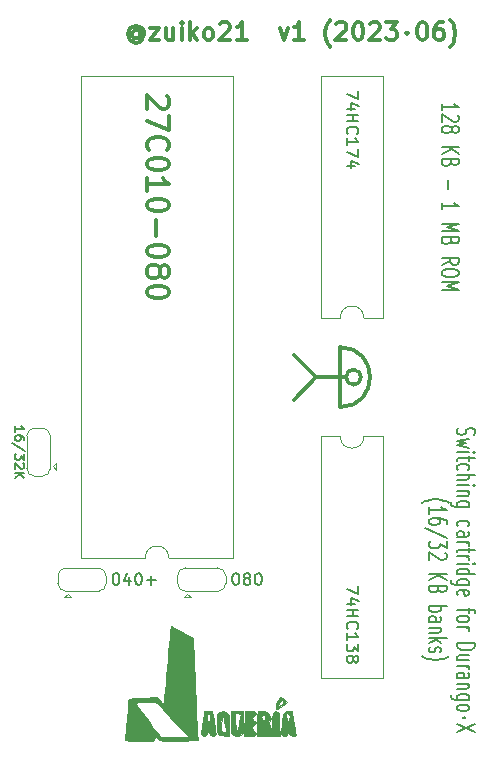
<source format=gto>
G04 #@! TF.GenerationSoftware,KiCad,Pcbnew,(5.1.2-1)-1*
G04 #@! TF.CreationDate,2023-07-30T19:32:53+02:00*
G04 #@! TF.ProjectId,cart32bbs,63617274-3332-4626-9273-2e6b69636164,rev?*
G04 #@! TF.SameCoordinates,Original*
G04 #@! TF.FileFunction,Legend,Top*
G04 #@! TF.FilePolarity,Positive*
%FSLAX46Y46*%
G04 Gerber Fmt 4.6, Leading zero omitted, Abs format (unit mm)*
G04 Created by KiCad (PCBNEW (5.1.2-1)-1) date 2023-07-30 19:32:53*
%MOMM*%
%LPD*%
G04 APERTURE LIST*
%ADD10C,0.150000*%
%ADD11C,0.300000*%
%ADD12C,0.120000*%
%ADD13C,0.010000*%
%ADD14C,0.100000*%
%ADD15O,1.702000X1.702000*%
%ADD16R,1.702000X1.702000*%
%ADD17C,0.500000*%
%ADD18R,1.102000X1.602000*%
%ADD19R,1.602000X1.102000*%
%ADD20C,1.626000*%
G04 APERTURE END LIST*
D10*
X61044857Y-53841666D02*
X60973428Y-53984523D01*
X60973428Y-54222619D01*
X61044857Y-54317857D01*
X61116285Y-54365476D01*
X61259142Y-54413095D01*
X61402000Y-54413095D01*
X61544857Y-54365476D01*
X61616285Y-54317857D01*
X61687714Y-54222619D01*
X61759142Y-54032142D01*
X61830571Y-53936904D01*
X61902000Y-53889285D01*
X62044857Y-53841666D01*
X62187714Y-53841666D01*
X62330571Y-53889285D01*
X62402000Y-53936904D01*
X62473428Y-54032142D01*
X62473428Y-54270238D01*
X62402000Y-54413095D01*
X61973428Y-54746428D02*
X60973428Y-54936904D01*
X61687714Y-55127380D01*
X60973428Y-55317857D01*
X61973428Y-55508333D01*
X60973428Y-55889285D02*
X61973428Y-55889285D01*
X62473428Y-55889285D02*
X62402000Y-55841666D01*
X62330571Y-55889285D01*
X62402000Y-55936904D01*
X62473428Y-55889285D01*
X62330571Y-55889285D01*
X61973428Y-56222619D02*
X61973428Y-56603571D01*
X62473428Y-56365476D02*
X61187714Y-56365476D01*
X61044857Y-56413095D01*
X60973428Y-56508333D01*
X60973428Y-56603571D01*
X61044857Y-57365476D02*
X60973428Y-57270238D01*
X60973428Y-57079761D01*
X61044857Y-56984523D01*
X61116285Y-56936904D01*
X61259142Y-56889285D01*
X61687714Y-56889285D01*
X61830571Y-56936904D01*
X61902000Y-56984523D01*
X61973428Y-57079761D01*
X61973428Y-57270238D01*
X61902000Y-57365476D01*
X60973428Y-57794047D02*
X62473428Y-57794047D01*
X60973428Y-58222619D02*
X61759142Y-58222619D01*
X61902000Y-58175000D01*
X61973428Y-58079761D01*
X61973428Y-57936904D01*
X61902000Y-57841666D01*
X61830571Y-57794047D01*
X60973428Y-58698809D02*
X61973428Y-58698809D01*
X62473428Y-58698809D02*
X62402000Y-58651190D01*
X62330571Y-58698809D01*
X62402000Y-58746428D01*
X62473428Y-58698809D01*
X62330571Y-58698809D01*
X61973428Y-59175000D02*
X60973428Y-59175000D01*
X61830571Y-59175000D02*
X61902000Y-59222619D01*
X61973428Y-59317857D01*
X61973428Y-59460714D01*
X61902000Y-59555952D01*
X61759142Y-59603571D01*
X60973428Y-59603571D01*
X61973428Y-60508333D02*
X60759142Y-60508333D01*
X60616285Y-60460714D01*
X60544857Y-60413095D01*
X60473428Y-60317857D01*
X60473428Y-60175000D01*
X60544857Y-60079761D01*
X61044857Y-60508333D02*
X60973428Y-60413095D01*
X60973428Y-60222619D01*
X61044857Y-60127380D01*
X61116285Y-60079761D01*
X61259142Y-60032142D01*
X61687714Y-60032142D01*
X61830571Y-60079761D01*
X61902000Y-60127380D01*
X61973428Y-60222619D01*
X61973428Y-60413095D01*
X61902000Y-60508333D01*
X61044857Y-62175000D02*
X60973428Y-62079761D01*
X60973428Y-61889285D01*
X61044857Y-61794047D01*
X61116285Y-61746428D01*
X61259142Y-61698809D01*
X61687714Y-61698809D01*
X61830571Y-61746428D01*
X61902000Y-61794047D01*
X61973428Y-61889285D01*
X61973428Y-62079761D01*
X61902000Y-62175000D01*
X60973428Y-63032142D02*
X61759142Y-63032142D01*
X61902000Y-62984523D01*
X61973428Y-62889285D01*
X61973428Y-62698809D01*
X61902000Y-62603571D01*
X61044857Y-63032142D02*
X60973428Y-62936904D01*
X60973428Y-62698809D01*
X61044857Y-62603571D01*
X61187714Y-62555952D01*
X61330571Y-62555952D01*
X61473428Y-62603571D01*
X61544857Y-62698809D01*
X61544857Y-62936904D01*
X61616285Y-63032142D01*
X60973428Y-63508333D02*
X61973428Y-63508333D01*
X61687714Y-63508333D02*
X61830571Y-63555952D01*
X61902000Y-63603571D01*
X61973428Y-63698809D01*
X61973428Y-63794047D01*
X61973428Y-63984523D02*
X61973428Y-64365476D01*
X62473428Y-64127380D02*
X61187714Y-64127380D01*
X61044857Y-64175000D01*
X60973428Y-64270238D01*
X60973428Y-64365476D01*
X60973428Y-64698809D02*
X61973428Y-64698809D01*
X61687714Y-64698809D02*
X61830571Y-64746428D01*
X61902000Y-64794047D01*
X61973428Y-64889285D01*
X61973428Y-64984523D01*
X60973428Y-65317857D02*
X61973428Y-65317857D01*
X62473428Y-65317857D02*
X62402000Y-65270238D01*
X62330571Y-65317857D01*
X62402000Y-65365476D01*
X62473428Y-65317857D01*
X62330571Y-65317857D01*
X60973428Y-66222619D02*
X62473428Y-66222619D01*
X61044857Y-66222619D02*
X60973428Y-66127380D01*
X60973428Y-65936904D01*
X61044857Y-65841666D01*
X61116285Y-65794047D01*
X61259142Y-65746428D01*
X61687714Y-65746428D01*
X61830571Y-65794047D01*
X61902000Y-65841666D01*
X61973428Y-65936904D01*
X61973428Y-66127380D01*
X61902000Y-66222619D01*
X61973428Y-67127380D02*
X60759142Y-67127380D01*
X60616285Y-67079761D01*
X60544857Y-67032142D01*
X60473428Y-66936904D01*
X60473428Y-66794047D01*
X60544857Y-66698809D01*
X61044857Y-67127380D02*
X60973428Y-67032142D01*
X60973428Y-66841666D01*
X61044857Y-66746428D01*
X61116285Y-66698809D01*
X61259142Y-66651190D01*
X61687714Y-66651190D01*
X61830571Y-66698809D01*
X61902000Y-66746428D01*
X61973428Y-66841666D01*
X61973428Y-67032142D01*
X61902000Y-67127380D01*
X61044857Y-67984523D02*
X60973428Y-67889285D01*
X60973428Y-67698809D01*
X61044857Y-67603571D01*
X61187714Y-67555952D01*
X61759142Y-67555952D01*
X61902000Y-67603571D01*
X61973428Y-67698809D01*
X61973428Y-67889285D01*
X61902000Y-67984523D01*
X61759142Y-68032142D01*
X61616285Y-68032142D01*
X61473428Y-67555952D01*
X61973428Y-69079761D02*
X61973428Y-69460714D01*
X60973428Y-69222619D02*
X62259142Y-69222619D01*
X62402000Y-69270238D01*
X62473428Y-69365476D01*
X62473428Y-69460714D01*
X60973428Y-69936904D02*
X61044857Y-69841666D01*
X61116285Y-69794047D01*
X61259142Y-69746428D01*
X61687714Y-69746428D01*
X61830571Y-69794047D01*
X61902000Y-69841666D01*
X61973428Y-69936904D01*
X61973428Y-70079761D01*
X61902000Y-70175000D01*
X61830571Y-70222619D01*
X61687714Y-70270238D01*
X61259142Y-70270238D01*
X61116285Y-70222619D01*
X61044857Y-70175000D01*
X60973428Y-70079761D01*
X60973428Y-69936904D01*
X60973428Y-70698809D02*
X61973428Y-70698809D01*
X61687714Y-70698809D02*
X61830571Y-70746428D01*
X61902000Y-70794047D01*
X61973428Y-70889285D01*
X61973428Y-70984523D01*
X60973428Y-72079761D02*
X62473428Y-72079761D01*
X62473428Y-72317857D01*
X62402000Y-72460714D01*
X62259142Y-72555952D01*
X62116285Y-72603571D01*
X61830571Y-72651190D01*
X61616285Y-72651190D01*
X61330571Y-72603571D01*
X61187714Y-72555952D01*
X61044857Y-72460714D01*
X60973428Y-72317857D01*
X60973428Y-72079761D01*
X61973428Y-73508333D02*
X60973428Y-73508333D01*
X61973428Y-73079761D02*
X61187714Y-73079761D01*
X61044857Y-73127380D01*
X60973428Y-73222619D01*
X60973428Y-73365476D01*
X61044857Y-73460714D01*
X61116285Y-73508333D01*
X60973428Y-73984523D02*
X61973428Y-73984523D01*
X61687714Y-73984523D02*
X61830571Y-74032142D01*
X61902000Y-74079761D01*
X61973428Y-74175000D01*
X61973428Y-74270238D01*
X60973428Y-75032142D02*
X61759142Y-75032142D01*
X61902000Y-74984523D01*
X61973428Y-74889285D01*
X61973428Y-74698809D01*
X61902000Y-74603571D01*
X61044857Y-75032142D02*
X60973428Y-74936904D01*
X60973428Y-74698809D01*
X61044857Y-74603571D01*
X61187714Y-74555952D01*
X61330571Y-74555952D01*
X61473428Y-74603571D01*
X61544857Y-74698809D01*
X61544857Y-74936904D01*
X61616285Y-75032142D01*
X61973428Y-75508333D02*
X60973428Y-75508333D01*
X61830571Y-75508333D02*
X61902000Y-75555952D01*
X61973428Y-75651190D01*
X61973428Y-75794047D01*
X61902000Y-75889285D01*
X61759142Y-75936904D01*
X60973428Y-75936904D01*
X61973428Y-76841666D02*
X60759142Y-76841666D01*
X60616285Y-76794047D01*
X60544857Y-76746428D01*
X60473428Y-76651190D01*
X60473428Y-76508333D01*
X60544857Y-76413095D01*
X61044857Y-76841666D02*
X60973428Y-76746428D01*
X60973428Y-76555952D01*
X61044857Y-76460714D01*
X61116285Y-76413095D01*
X61259142Y-76365476D01*
X61687714Y-76365476D01*
X61830571Y-76413095D01*
X61902000Y-76460714D01*
X61973428Y-76555952D01*
X61973428Y-76746428D01*
X61902000Y-76841666D01*
X60973428Y-77460714D02*
X61044857Y-77365476D01*
X61116285Y-77317857D01*
X61259142Y-77270238D01*
X61687714Y-77270238D01*
X61830571Y-77317857D01*
X61902000Y-77365476D01*
X61973428Y-77460714D01*
X61973428Y-77603571D01*
X61902000Y-77698809D01*
X61830571Y-77746428D01*
X61687714Y-77794047D01*
X61259142Y-77794047D01*
X61116285Y-77746428D01*
X61044857Y-77698809D01*
X60973428Y-77603571D01*
X60973428Y-77460714D01*
X61616285Y-78365476D02*
X61544857Y-78317857D01*
X61473428Y-78365476D01*
X61544857Y-78413095D01*
X61616285Y-78365476D01*
X61473428Y-78365476D01*
X62473428Y-78889285D02*
X60973428Y-79555952D01*
X62473428Y-79555952D02*
X60973428Y-78889285D01*
X58002000Y-60175000D02*
X58073428Y-60127380D01*
X58287714Y-60032142D01*
X58430571Y-59984523D01*
X58644857Y-59936904D01*
X59002000Y-59889285D01*
X59287714Y-59889285D01*
X59644857Y-59936904D01*
X59859142Y-59984523D01*
X60002000Y-60032142D01*
X60216285Y-60127380D01*
X60287714Y-60175000D01*
X58573428Y-61079761D02*
X58573428Y-60508333D01*
X58573428Y-60794047D02*
X60073428Y-60794047D01*
X59859142Y-60698809D01*
X59716285Y-60603571D01*
X59644857Y-60508333D01*
X60073428Y-61936904D02*
X60073428Y-61746428D01*
X60002000Y-61651190D01*
X59930571Y-61603571D01*
X59716285Y-61508333D01*
X59430571Y-61460714D01*
X58859142Y-61460714D01*
X58716285Y-61508333D01*
X58644857Y-61555952D01*
X58573428Y-61651190D01*
X58573428Y-61841666D01*
X58644857Y-61936904D01*
X58716285Y-61984523D01*
X58859142Y-62032142D01*
X59216285Y-62032142D01*
X59359142Y-61984523D01*
X59430571Y-61936904D01*
X59502000Y-61841666D01*
X59502000Y-61651190D01*
X59430571Y-61555952D01*
X59359142Y-61508333D01*
X59216285Y-61460714D01*
X60144857Y-63175000D02*
X58216285Y-62317857D01*
X60073428Y-63413095D02*
X60073428Y-64032142D01*
X59502000Y-63698809D01*
X59502000Y-63841666D01*
X59430571Y-63936904D01*
X59359142Y-63984523D01*
X59216285Y-64032142D01*
X58859142Y-64032142D01*
X58716285Y-63984523D01*
X58644857Y-63936904D01*
X58573428Y-63841666D01*
X58573428Y-63555952D01*
X58644857Y-63460714D01*
X58716285Y-63413095D01*
X59930571Y-64413095D02*
X60002000Y-64460714D01*
X60073428Y-64555952D01*
X60073428Y-64794047D01*
X60002000Y-64889285D01*
X59930571Y-64936904D01*
X59787714Y-64984523D01*
X59644857Y-64984523D01*
X59430571Y-64936904D01*
X58573428Y-64365476D01*
X58573428Y-64984523D01*
X58573428Y-66175000D02*
X60073428Y-66175000D01*
X58573428Y-66746428D02*
X59430571Y-66317857D01*
X60073428Y-66746428D02*
X59216285Y-66175000D01*
X59359142Y-67508333D02*
X59287714Y-67651190D01*
X59216285Y-67698809D01*
X59073428Y-67746428D01*
X58859142Y-67746428D01*
X58716285Y-67698809D01*
X58644857Y-67651190D01*
X58573428Y-67555952D01*
X58573428Y-67175000D01*
X60073428Y-67175000D01*
X60073428Y-67508333D01*
X60002000Y-67603571D01*
X59930571Y-67651190D01*
X59787714Y-67698809D01*
X59644857Y-67698809D01*
X59502000Y-67651190D01*
X59430571Y-67603571D01*
X59359142Y-67508333D01*
X59359142Y-67175000D01*
X58573428Y-68936904D02*
X60073428Y-68936904D01*
X59502000Y-68936904D02*
X59573428Y-69032142D01*
X59573428Y-69222619D01*
X59502000Y-69317857D01*
X59430571Y-69365476D01*
X59287714Y-69413095D01*
X58859142Y-69413095D01*
X58716285Y-69365476D01*
X58644857Y-69317857D01*
X58573428Y-69222619D01*
X58573428Y-69032142D01*
X58644857Y-68936904D01*
X58573428Y-70270238D02*
X59359142Y-70270238D01*
X59502000Y-70222619D01*
X59573428Y-70127380D01*
X59573428Y-69936904D01*
X59502000Y-69841666D01*
X58644857Y-70270238D02*
X58573428Y-70175000D01*
X58573428Y-69936904D01*
X58644857Y-69841666D01*
X58787714Y-69794047D01*
X58930571Y-69794047D01*
X59073428Y-69841666D01*
X59144857Y-69936904D01*
X59144857Y-70175000D01*
X59216285Y-70270238D01*
X59573428Y-70746428D02*
X58573428Y-70746428D01*
X59430571Y-70746428D02*
X59502000Y-70794047D01*
X59573428Y-70889285D01*
X59573428Y-71032142D01*
X59502000Y-71127380D01*
X59359142Y-71175000D01*
X58573428Y-71175000D01*
X58573428Y-71651190D02*
X60073428Y-71651190D01*
X59144857Y-71746428D02*
X58573428Y-72032142D01*
X59573428Y-72032142D02*
X59002000Y-71651190D01*
X58644857Y-72413095D02*
X58573428Y-72508333D01*
X58573428Y-72698809D01*
X58644857Y-72794047D01*
X58787714Y-72841666D01*
X58859142Y-72841666D01*
X59002000Y-72794047D01*
X59073428Y-72698809D01*
X59073428Y-72555952D01*
X59144857Y-72460714D01*
X59287714Y-72413095D01*
X59359142Y-72413095D01*
X59502000Y-72460714D01*
X59573428Y-72555952D01*
X59573428Y-72698809D01*
X59502000Y-72794047D01*
X58002000Y-73175000D02*
X58073428Y-73222619D01*
X58287714Y-73317857D01*
X58430571Y-73365476D01*
X58644857Y-73413095D01*
X59002000Y-73460714D01*
X59287714Y-73460714D01*
X59644857Y-73413095D01*
X59859142Y-73365476D01*
X60002000Y-73317857D01*
X60216285Y-73222619D01*
X60287714Y-73175000D01*
X59646428Y-26956666D02*
X59646428Y-26385238D01*
X59646428Y-26670952D02*
X61146428Y-26670952D01*
X60932142Y-26575714D01*
X60789285Y-26480476D01*
X60717857Y-26385238D01*
X61003571Y-27337619D02*
X61075000Y-27385238D01*
X61146428Y-27480476D01*
X61146428Y-27718571D01*
X61075000Y-27813809D01*
X61003571Y-27861428D01*
X60860714Y-27909047D01*
X60717857Y-27909047D01*
X60503571Y-27861428D01*
X59646428Y-27290000D01*
X59646428Y-27909047D01*
X60503571Y-28480476D02*
X60575000Y-28385238D01*
X60646428Y-28337619D01*
X60789285Y-28290000D01*
X60860714Y-28290000D01*
X61003571Y-28337619D01*
X61075000Y-28385238D01*
X61146428Y-28480476D01*
X61146428Y-28670952D01*
X61075000Y-28766190D01*
X61003571Y-28813809D01*
X60860714Y-28861428D01*
X60789285Y-28861428D01*
X60646428Y-28813809D01*
X60575000Y-28766190D01*
X60503571Y-28670952D01*
X60503571Y-28480476D01*
X60432142Y-28385238D01*
X60360714Y-28337619D01*
X60217857Y-28290000D01*
X59932142Y-28290000D01*
X59789285Y-28337619D01*
X59717857Y-28385238D01*
X59646428Y-28480476D01*
X59646428Y-28670952D01*
X59717857Y-28766190D01*
X59789285Y-28813809D01*
X59932142Y-28861428D01*
X60217857Y-28861428D01*
X60360714Y-28813809D01*
X60432142Y-28766190D01*
X60503571Y-28670952D01*
X59646428Y-30051904D02*
X61146428Y-30051904D01*
X59646428Y-30623333D02*
X60503571Y-30194761D01*
X61146428Y-30623333D02*
X60289285Y-30051904D01*
X60432142Y-31385238D02*
X60360714Y-31528095D01*
X60289285Y-31575714D01*
X60146428Y-31623333D01*
X59932142Y-31623333D01*
X59789285Y-31575714D01*
X59717857Y-31528095D01*
X59646428Y-31432857D01*
X59646428Y-31051904D01*
X61146428Y-31051904D01*
X61146428Y-31385238D01*
X61075000Y-31480476D01*
X61003571Y-31528095D01*
X60860714Y-31575714D01*
X60717857Y-31575714D01*
X60575000Y-31528095D01*
X60503571Y-31480476D01*
X60432142Y-31385238D01*
X60432142Y-31051904D01*
X60217857Y-32813809D02*
X60217857Y-33575714D01*
X59646428Y-35337619D02*
X59646428Y-34766190D01*
X59646428Y-35051904D02*
X61146428Y-35051904D01*
X60932142Y-34956666D01*
X60789285Y-34861428D01*
X60717857Y-34766190D01*
X59646428Y-36528095D02*
X61146428Y-36528095D01*
X60075000Y-36861428D01*
X61146428Y-37194761D01*
X59646428Y-37194761D01*
X60432142Y-38004285D02*
X60360714Y-38147142D01*
X60289285Y-38194761D01*
X60146428Y-38242380D01*
X59932142Y-38242380D01*
X59789285Y-38194761D01*
X59717857Y-38147142D01*
X59646428Y-38051904D01*
X59646428Y-37670952D01*
X61146428Y-37670952D01*
X61146428Y-38004285D01*
X61075000Y-38099523D01*
X61003571Y-38147142D01*
X60860714Y-38194761D01*
X60717857Y-38194761D01*
X60575000Y-38147142D01*
X60503571Y-38099523D01*
X60432142Y-38004285D01*
X60432142Y-37670952D01*
X59646428Y-40004285D02*
X60360714Y-39670952D01*
X59646428Y-39432857D02*
X61146428Y-39432857D01*
X61146428Y-39813809D01*
X61075000Y-39909047D01*
X61003571Y-39956666D01*
X60860714Y-40004285D01*
X60646428Y-40004285D01*
X60503571Y-39956666D01*
X60432142Y-39909047D01*
X60360714Y-39813809D01*
X60360714Y-39432857D01*
X61146428Y-40623333D02*
X61146428Y-40813809D01*
X61075000Y-40909047D01*
X60932142Y-41004285D01*
X60646428Y-41051904D01*
X60146428Y-41051904D01*
X59860714Y-41004285D01*
X59717857Y-40909047D01*
X59646428Y-40813809D01*
X59646428Y-40623333D01*
X59717857Y-40528095D01*
X59860714Y-40432857D01*
X60146428Y-40385238D01*
X60646428Y-40385238D01*
X60932142Y-40432857D01*
X61075000Y-40528095D01*
X61146428Y-40623333D01*
X59646428Y-41480476D02*
X61146428Y-41480476D01*
X60075000Y-41813809D01*
X61146428Y-42147142D01*
X59646428Y-42147142D01*
D11*
X34097142Y-20284285D02*
X34025714Y-20212857D01*
X33882857Y-20141428D01*
X33740000Y-20141428D01*
X33597142Y-20212857D01*
X33525714Y-20284285D01*
X33454285Y-20427142D01*
X33454285Y-20570000D01*
X33525714Y-20712857D01*
X33597142Y-20784285D01*
X33740000Y-20855714D01*
X33882857Y-20855714D01*
X34025714Y-20784285D01*
X34097142Y-20712857D01*
X34097142Y-20141428D02*
X34097142Y-20712857D01*
X34168571Y-20784285D01*
X34240000Y-20784285D01*
X34382857Y-20712857D01*
X34454285Y-20570000D01*
X34454285Y-20212857D01*
X34311428Y-19998571D01*
X34097142Y-19855714D01*
X33811428Y-19784285D01*
X33525714Y-19855714D01*
X33311428Y-19998571D01*
X33168571Y-20212857D01*
X33097142Y-20498571D01*
X33168571Y-20784285D01*
X33311428Y-20998571D01*
X33525714Y-21141428D01*
X33811428Y-21212857D01*
X34097142Y-21141428D01*
X34311428Y-20998571D01*
X34954285Y-19998571D02*
X35740000Y-19998571D01*
X34954285Y-20998571D01*
X35740000Y-20998571D01*
X36954285Y-19998571D02*
X36954285Y-20998571D01*
X36311428Y-19998571D02*
X36311428Y-20784285D01*
X36382857Y-20927142D01*
X36525714Y-20998571D01*
X36740000Y-20998571D01*
X36882857Y-20927142D01*
X36954285Y-20855714D01*
X37668571Y-20998571D02*
X37668571Y-19998571D01*
X37668571Y-19498571D02*
X37597142Y-19570000D01*
X37668571Y-19641428D01*
X37740000Y-19570000D01*
X37668571Y-19498571D01*
X37668571Y-19641428D01*
X38382857Y-20998571D02*
X38382857Y-19498571D01*
X38525714Y-20427142D02*
X38954285Y-20998571D01*
X38954285Y-19998571D02*
X38382857Y-20570000D01*
X39811428Y-20998571D02*
X39668571Y-20927142D01*
X39597142Y-20855714D01*
X39525714Y-20712857D01*
X39525714Y-20284285D01*
X39597142Y-20141428D01*
X39668571Y-20070000D01*
X39811428Y-19998571D01*
X40025714Y-19998571D01*
X40168571Y-20070000D01*
X40240000Y-20141428D01*
X40311428Y-20284285D01*
X40311428Y-20712857D01*
X40240000Y-20855714D01*
X40168571Y-20927142D01*
X40025714Y-20998571D01*
X39811428Y-20998571D01*
X40882857Y-19641428D02*
X40954285Y-19570000D01*
X41097142Y-19498571D01*
X41454285Y-19498571D01*
X41597142Y-19570000D01*
X41668571Y-19641428D01*
X41740000Y-19784285D01*
X41740000Y-19927142D01*
X41668571Y-20141428D01*
X40811428Y-20998571D01*
X41740000Y-20998571D01*
X43168571Y-20998571D02*
X42311428Y-20998571D01*
X42740000Y-20998571D02*
X42740000Y-19498571D01*
X42597142Y-19712857D01*
X42454285Y-19855714D01*
X42311428Y-19927142D01*
X45954285Y-19998571D02*
X46311428Y-20998571D01*
X46668571Y-19998571D01*
X48025714Y-20998571D02*
X47168571Y-20998571D01*
X47597142Y-20998571D02*
X47597142Y-19498571D01*
X47454285Y-19712857D01*
X47311428Y-19855714D01*
X47168571Y-19927142D01*
X50240000Y-21570000D02*
X50168571Y-21498571D01*
X50025714Y-21284285D01*
X49954285Y-21141428D01*
X49882857Y-20927142D01*
X49811428Y-20570000D01*
X49811428Y-20284285D01*
X49882857Y-19927142D01*
X49954285Y-19712857D01*
X50025714Y-19570000D01*
X50168571Y-19355714D01*
X50240000Y-19284285D01*
X50740000Y-19641428D02*
X50811428Y-19570000D01*
X50954285Y-19498571D01*
X51311428Y-19498571D01*
X51454285Y-19570000D01*
X51525714Y-19641428D01*
X51597142Y-19784285D01*
X51597142Y-19927142D01*
X51525714Y-20141428D01*
X50668571Y-20998571D01*
X51597142Y-20998571D01*
X52525714Y-19498571D02*
X52668571Y-19498571D01*
X52811428Y-19570000D01*
X52882857Y-19641428D01*
X52954285Y-19784285D01*
X53025714Y-20070000D01*
X53025714Y-20427142D01*
X52954285Y-20712857D01*
X52882857Y-20855714D01*
X52811428Y-20927142D01*
X52668571Y-20998571D01*
X52525714Y-20998571D01*
X52382857Y-20927142D01*
X52311428Y-20855714D01*
X52240000Y-20712857D01*
X52168571Y-20427142D01*
X52168571Y-20070000D01*
X52240000Y-19784285D01*
X52311428Y-19641428D01*
X52382857Y-19570000D01*
X52525714Y-19498571D01*
X53597142Y-19641428D02*
X53668571Y-19570000D01*
X53811428Y-19498571D01*
X54168571Y-19498571D01*
X54311428Y-19570000D01*
X54382857Y-19641428D01*
X54454285Y-19784285D01*
X54454285Y-19927142D01*
X54382857Y-20141428D01*
X53525714Y-20998571D01*
X54454285Y-20998571D01*
X54954285Y-19498571D02*
X55882857Y-19498571D01*
X55382857Y-20070000D01*
X55597142Y-20070000D01*
X55740000Y-20141428D01*
X55811428Y-20212857D01*
X55882857Y-20355714D01*
X55882857Y-20712857D01*
X55811428Y-20855714D01*
X55740000Y-20927142D01*
X55597142Y-20998571D01*
X55168571Y-20998571D01*
X55025714Y-20927142D01*
X54954285Y-20855714D01*
X56740000Y-20355714D02*
X56668571Y-20427142D01*
X56740000Y-20498571D01*
X56811428Y-20427142D01*
X56740000Y-20355714D01*
X56740000Y-20498571D01*
X57954285Y-19498571D02*
X58097142Y-19498571D01*
X58240000Y-19570000D01*
X58311428Y-19641428D01*
X58382857Y-19784285D01*
X58454285Y-20070000D01*
X58454285Y-20427142D01*
X58382857Y-20712857D01*
X58311428Y-20855714D01*
X58240000Y-20927142D01*
X58097142Y-20998571D01*
X57954285Y-20998571D01*
X57811428Y-20927142D01*
X57740000Y-20855714D01*
X57668571Y-20712857D01*
X57597142Y-20427142D01*
X57597142Y-20070000D01*
X57668571Y-19784285D01*
X57740000Y-19641428D01*
X57811428Y-19570000D01*
X57954285Y-19498571D01*
X59740000Y-19498571D02*
X59454285Y-19498571D01*
X59311428Y-19570000D01*
X59240000Y-19641428D01*
X59097142Y-19855714D01*
X59025714Y-20141428D01*
X59025714Y-20712857D01*
X59097142Y-20855714D01*
X59168571Y-20927142D01*
X59311428Y-20998571D01*
X59597142Y-20998571D01*
X59740000Y-20927142D01*
X59811428Y-20855714D01*
X59882857Y-20712857D01*
X59882857Y-20355714D01*
X59811428Y-20212857D01*
X59740000Y-20141428D01*
X59597142Y-20070000D01*
X59311428Y-20070000D01*
X59168571Y-20141428D01*
X59097142Y-20212857D01*
X59025714Y-20355714D01*
X60382857Y-21570000D02*
X60454285Y-21498571D01*
X60597142Y-21284285D01*
X60668571Y-21141428D01*
X60740000Y-20927142D01*
X60811428Y-20570000D01*
X60811428Y-20284285D01*
X60740000Y-19927142D01*
X60668571Y-19712857D01*
X60597142Y-19570000D01*
X60454285Y-19355714D01*
X60382857Y-19284285D01*
X49022000Y-49530000D02*
X47117000Y-51435000D01*
X49022000Y-49530000D02*
X47117000Y-47625000D01*
X51562000Y-49530000D02*
X49022000Y-49530000D01*
X51054000Y-46990000D02*
X51054000Y-52070000D01*
X51054000Y-46990000D02*
G75*
G02X51054000Y-52070000I0J-2540000D01*
G01*
X52832000Y-49530000D02*
G75*
G03X52832000Y-49530000I-635000J0D01*
G01*
D12*
X29100000Y-64830000D02*
X34560000Y-64830000D01*
X29100000Y-24070000D02*
X29100000Y-64830000D01*
X42020000Y-24070000D02*
X29100000Y-24070000D01*
X42020000Y-64830000D02*
X42020000Y-24070000D01*
X36560000Y-64830000D02*
X42020000Y-64830000D01*
X34560000Y-64830000D02*
G75*
G02X36560000Y-64830000I1000000J0D01*
G01*
X37290000Y-66375000D02*
G75*
G02X37990000Y-65675000I700000J0D01*
G01*
X37990000Y-67675000D02*
G75*
G02X37290000Y-66975000I0J700000D01*
G01*
X41390000Y-66975000D02*
G75*
G02X40690000Y-67675000I-700000J0D01*
G01*
X40690000Y-65675000D02*
G75*
G02X41390000Y-66375000I0J-700000D01*
G01*
X37940000Y-65675000D02*
X40740000Y-65675000D01*
X41390000Y-66375000D02*
X41390000Y-66975000D01*
X40740000Y-67675000D02*
X37940000Y-67675000D01*
X37290000Y-66975000D02*
X37290000Y-66375000D01*
X38140000Y-67875000D02*
X37840000Y-68175000D01*
X37840000Y-68175000D02*
X38440000Y-68175000D01*
X38140000Y-67875000D02*
X38440000Y-68175000D01*
X27160000Y-66375000D02*
G75*
G02X27860000Y-65675000I700000J0D01*
G01*
X27860000Y-67675000D02*
G75*
G02X27160000Y-66975000I0J700000D01*
G01*
X31260000Y-66975000D02*
G75*
G02X30560000Y-67675000I-700000J0D01*
G01*
X30560000Y-65675000D02*
G75*
G02X31260000Y-66375000I0J-700000D01*
G01*
X27810000Y-65675000D02*
X30610000Y-65675000D01*
X31260000Y-66375000D02*
X31260000Y-66975000D01*
X30610000Y-67675000D02*
X27810000Y-67675000D01*
X27160000Y-66975000D02*
X27160000Y-66375000D01*
X28010000Y-67875000D02*
X27710000Y-68175000D01*
X27710000Y-68175000D02*
X28310000Y-68175000D01*
X28010000Y-67875000D02*
X28310000Y-68175000D01*
X25227000Y-57930000D02*
G75*
G02X24527000Y-57230000I0J700000D01*
G01*
X26527000Y-57230000D02*
G75*
G02X25827000Y-57930000I-700000J0D01*
G01*
X25827000Y-53830000D02*
G75*
G02X26527000Y-54530000I0J-700000D01*
G01*
X24527000Y-54530000D02*
G75*
G02X25227000Y-53830000I700000J0D01*
G01*
X24527000Y-57280000D02*
X24527000Y-54480000D01*
X25227000Y-53830000D02*
X25827000Y-53830000D01*
X26527000Y-54480000D02*
X26527000Y-57280000D01*
X25827000Y-57930000D02*
X25227000Y-57930000D01*
X26727000Y-57080000D02*
X27027000Y-57380000D01*
X27027000Y-57380000D02*
X27027000Y-56780000D01*
X26727000Y-57080000D02*
X27027000Y-56780000D01*
D13*
G36*
X46162678Y-76685285D02*
G01*
X46351371Y-76810780D01*
X46582859Y-76998228D01*
X46157635Y-77339947D01*
X45866410Y-77565114D01*
X45700687Y-77663052D01*
X45627733Y-77647115D01*
X45614166Y-77561653D01*
X45627353Y-77471806D01*
X45737704Y-77471806D01*
X46047596Y-77251143D01*
X46235724Y-77082567D01*
X46302606Y-76949584D01*
X46297081Y-76932740D01*
X46153432Y-76834557D01*
X45991830Y-76920581D01*
X45857888Y-77153403D01*
X45737704Y-77471806D01*
X45627353Y-77471806D01*
X45650627Y-77313238D01*
X45740316Y-77026532D01*
X45853694Y-76775361D01*
X45961218Y-76633555D01*
X45989610Y-76623333D01*
X46162678Y-76685285D01*
X46162678Y-76685285D01*
G37*
X46162678Y-76685285D02*
X46351371Y-76810780D01*
X46582859Y-76998228D01*
X46157635Y-77339947D01*
X45866410Y-77565114D01*
X45700687Y-77663052D01*
X45627733Y-77647115D01*
X45614166Y-77561653D01*
X45627353Y-77471806D01*
X45737704Y-77471806D01*
X46047596Y-77251143D01*
X46235724Y-77082567D01*
X46302606Y-76949584D01*
X46297081Y-76932740D01*
X46153432Y-76834557D01*
X45991830Y-76920581D01*
X45857888Y-77153403D01*
X45737704Y-77471806D01*
X45627353Y-77471806D01*
X45650627Y-77313238D01*
X45740316Y-77026532D01*
X45853694Y-76775361D01*
X45961218Y-76633555D01*
X45989610Y-76623333D01*
X46162678Y-76685285D01*
G36*
X47087901Y-78496055D02*
G01*
X47160609Y-78924023D01*
X47228639Y-79320365D01*
X47271867Y-79568525D01*
X47300525Y-79804873D01*
X47240902Y-79892085D01*
X47049783Y-79887837D01*
X47033982Y-79886025D01*
X46775010Y-79788492D01*
X46660776Y-79586666D01*
X46587765Y-79322083D01*
X46577216Y-79613125D01*
X46532233Y-79828648D01*
X46379916Y-79900971D01*
X46302083Y-79904166D01*
X46100598Y-79860236D01*
X46043864Y-79694820D01*
X46044142Y-79666041D01*
X46063616Y-79446910D01*
X46108714Y-79092084D01*
X46170069Y-78674621D01*
X46176433Y-78634166D01*
X46240679Y-78250656D01*
X46508194Y-78250656D01*
X46542094Y-78581250D01*
X46604126Y-79110416D01*
X46720043Y-78581250D01*
X46779715Y-78257565D01*
X46774646Y-78086621D01*
X46702470Y-78018888D01*
X46693030Y-78016269D01*
X46570436Y-78000950D01*
X46512777Y-78064280D01*
X46508194Y-78250656D01*
X46240679Y-78250656D01*
X46243839Y-78231796D01*
X46304825Y-77993020D01*
X46384703Y-77872158D01*
X46508788Y-77823530D01*
X46634163Y-77808138D01*
X46966244Y-77775860D01*
X47087901Y-78496055D01*
X47087901Y-78496055D01*
G37*
X47087901Y-78496055D02*
X47160609Y-78924023D01*
X47228639Y-79320365D01*
X47271867Y-79568525D01*
X47300525Y-79804873D01*
X47240902Y-79892085D01*
X47049783Y-79887837D01*
X47033982Y-79886025D01*
X46775010Y-79788492D01*
X46660776Y-79586666D01*
X46587765Y-79322083D01*
X46577216Y-79613125D01*
X46532233Y-79828648D01*
X46379916Y-79900971D01*
X46302083Y-79904166D01*
X46100598Y-79860236D01*
X46043864Y-79694820D01*
X46044142Y-79666041D01*
X46063616Y-79446910D01*
X46108714Y-79092084D01*
X46170069Y-78674621D01*
X46176433Y-78634166D01*
X46240679Y-78250656D01*
X46508194Y-78250656D01*
X46542094Y-78581250D01*
X46604126Y-79110416D01*
X46720043Y-78581250D01*
X46779715Y-78257565D01*
X46774646Y-78086621D01*
X46702470Y-78018888D01*
X46693030Y-78016269D01*
X46570436Y-78000950D01*
X46512777Y-78064280D01*
X46508194Y-78250656D01*
X46240679Y-78250656D01*
X46243839Y-78231796D01*
X46304825Y-77993020D01*
X46384703Y-77872158D01*
X46508788Y-77823530D01*
X46634163Y-77808138D01*
X46966244Y-77775860D01*
X47087901Y-78496055D01*
G36*
X45735677Y-77847963D02*
G01*
X45814171Y-77896678D01*
X45860823Y-78025671D01*
X45886812Y-78274053D01*
X45903313Y-78680934D01*
X45909040Y-78872291D01*
X45939331Y-79904166D01*
X45289001Y-79904166D01*
X45319292Y-78872291D01*
X45335113Y-78399263D01*
X45356427Y-78098715D01*
X45394409Y-77931537D01*
X45460237Y-77858617D01*
X45565088Y-77840845D01*
X45614166Y-77840416D01*
X45735677Y-77847963D01*
X45735677Y-77847963D01*
G37*
X45735677Y-77847963D02*
X45814171Y-77896678D01*
X45860823Y-78025671D01*
X45886812Y-78274053D01*
X45903313Y-78680934D01*
X45909040Y-78872291D01*
X45939331Y-79904166D01*
X45289001Y-79904166D01*
X45319292Y-78872291D01*
X45335113Y-78399263D01*
X45356427Y-78098715D01*
X45394409Y-77931537D01*
X45460237Y-77858617D01*
X45565088Y-77840845D01*
X45614166Y-77840416D01*
X45735677Y-77847963D01*
G36*
X44711056Y-77840684D02*
G01*
X44982181Y-77994451D01*
X45155459Y-78221933D01*
X45195506Y-78477499D01*
X45075778Y-78706888D01*
X45017959Y-78834637D01*
X45075778Y-78893050D01*
X45146245Y-79034127D01*
X45186891Y-79304333D01*
X45190833Y-79426603D01*
X45190833Y-79889047D01*
X44019184Y-79889047D01*
X44049383Y-78864732D01*
X44066608Y-78280468D01*
X44386263Y-78280468D01*
X44409699Y-78396041D01*
X44497791Y-78714287D01*
X44567753Y-78825108D01*
X44631200Y-78730645D01*
X44696735Y-78448958D01*
X44723257Y-78212593D01*
X44661292Y-78118398D01*
X44551171Y-78105000D01*
X44406836Y-78138807D01*
X44386263Y-78280468D01*
X44066608Y-78280468D01*
X44079583Y-77840416D01*
X44377465Y-77806268D01*
X44711056Y-77840684D01*
X44711056Y-77840684D01*
G37*
X44711056Y-77840684D02*
X44982181Y-77994451D01*
X45155459Y-78221933D01*
X45195506Y-78477499D01*
X45075778Y-78706888D01*
X45017959Y-78834637D01*
X45075778Y-78893050D01*
X45146245Y-79034127D01*
X45186891Y-79304333D01*
X45190833Y-79426603D01*
X45190833Y-79889047D01*
X44019184Y-79889047D01*
X44049383Y-78864732D01*
X44066608Y-78280468D01*
X44386263Y-78280468D01*
X44409699Y-78396041D01*
X44497791Y-78714287D01*
X44567753Y-78825108D01*
X44631200Y-78730645D01*
X44696735Y-78448958D01*
X44723257Y-78212593D01*
X44661292Y-78118398D01*
X44551171Y-78105000D01*
X44406836Y-78138807D01*
X44386263Y-78280468D01*
X44066608Y-78280468D01*
X44079583Y-77840416D01*
X44377465Y-77806268D01*
X44711056Y-77840684D01*
G36*
X43886484Y-77847478D02*
G01*
X43920595Y-77972834D01*
X43920833Y-77993081D01*
X43856076Y-78170228D01*
X43762083Y-78210833D01*
X43632798Y-78299066D01*
X43603333Y-78422500D01*
X43669507Y-78594880D01*
X43762083Y-78634166D01*
X43902393Y-78718882D01*
X43920833Y-78792916D01*
X43836117Y-78933227D01*
X43762083Y-78951666D01*
X43634404Y-79043667D01*
X43603333Y-79216250D01*
X43658534Y-79429048D01*
X43762083Y-79480833D01*
X43891368Y-79569066D01*
X43920833Y-79692500D01*
X43889941Y-79824362D01*
X43761443Y-79886983D01*
X43481608Y-79904052D01*
X43440750Y-79904166D01*
X42960668Y-79904166D01*
X43021250Y-77840416D01*
X43471041Y-77807873D01*
X43755336Y-77800192D01*
X43886484Y-77847478D01*
X43886484Y-77847478D01*
G37*
X43886484Y-77847478D02*
X43920595Y-77972834D01*
X43920833Y-77993081D01*
X43856076Y-78170228D01*
X43762083Y-78210833D01*
X43632798Y-78299066D01*
X43603333Y-78422500D01*
X43669507Y-78594880D01*
X43762083Y-78634166D01*
X43902393Y-78718882D01*
X43920833Y-78792916D01*
X43836117Y-78933227D01*
X43762083Y-78951666D01*
X43634404Y-79043667D01*
X43603333Y-79216250D01*
X43658534Y-79429048D01*
X43762083Y-79480833D01*
X43891368Y-79569066D01*
X43920833Y-79692500D01*
X43889941Y-79824362D01*
X43761443Y-79886983D01*
X43481608Y-79904052D01*
X43440750Y-79904166D01*
X42960668Y-79904166D01*
X43021250Y-77840416D01*
X43471041Y-77807873D01*
X43755336Y-77800192D01*
X43886484Y-77847478D01*
G36*
X42862500Y-78718833D02*
G01*
X42847254Y-79234679D01*
X42803797Y-79596938D01*
X42735547Y-79777119D01*
X42735500Y-79777166D01*
X42506285Y-79883316D01*
X42208022Y-79891408D01*
X41959244Y-79801442D01*
X41931166Y-79777166D01*
X41862902Y-79597103D01*
X41819430Y-79234944D01*
X41804166Y-78719182D01*
X41804166Y-78268513D01*
X42132117Y-78268513D01*
X42160198Y-78490187D01*
X42201676Y-78846240D01*
X42225366Y-79153140D01*
X42227500Y-79231021D01*
X42258050Y-79439929D01*
X42330156Y-79466757D01*
X42414499Y-79328875D01*
X42475742Y-79083958D01*
X42539762Y-78709197D01*
X42606459Y-78352491D01*
X42608331Y-78343125D01*
X42639727Y-78109063D01*
X42575636Y-78015727D01*
X42385093Y-77999166D01*
X42209685Y-78010500D01*
X42133875Y-78081688D01*
X42132117Y-78268513D01*
X41804166Y-78268513D01*
X41804166Y-77787500D01*
X42862500Y-77787500D01*
X42862500Y-78718833D01*
X42862500Y-78718833D01*
G37*
X42862500Y-78718833D02*
X42847254Y-79234679D01*
X42803797Y-79596938D01*
X42735547Y-79777119D01*
X42735500Y-79777166D01*
X42506285Y-79883316D01*
X42208022Y-79891408D01*
X41959244Y-79801442D01*
X41931166Y-79777166D01*
X41862902Y-79597103D01*
X41819430Y-79234944D01*
X41804166Y-78719182D01*
X41804166Y-78268513D01*
X42132117Y-78268513D01*
X42160198Y-78490187D01*
X42201676Y-78846240D01*
X42225366Y-79153140D01*
X42227500Y-79231021D01*
X42258050Y-79439929D01*
X42330156Y-79466757D01*
X42414499Y-79328875D01*
X42475742Y-79083958D01*
X42539762Y-78709197D01*
X42606459Y-78352491D01*
X42608331Y-78343125D01*
X42639727Y-78109063D01*
X42575636Y-78015727D01*
X42385093Y-77999166D01*
X42209685Y-78010500D01*
X42133875Y-78081688D01*
X42132117Y-78268513D01*
X41804166Y-78268513D01*
X41804166Y-77787500D01*
X42862500Y-77787500D01*
X42862500Y-78718833D01*
G36*
X41368662Y-77895981D02*
G01*
X41436416Y-77938264D01*
X41570582Y-78037816D01*
X41650355Y-78153887D01*
X41687526Y-78337516D01*
X41693887Y-78639740D01*
X41684392Y-79011610D01*
X41656447Y-79904166D01*
X41333432Y-79900948D01*
X41036239Y-79863704D01*
X40825208Y-79789856D01*
X40729273Y-79696351D01*
X40672447Y-79523065D01*
X40652933Y-79304403D01*
X40964854Y-79304403D01*
X41014251Y-79506016D01*
X41128608Y-79583549D01*
X41169166Y-79586666D01*
X41341014Y-79535000D01*
X41380833Y-79463044D01*
X41362838Y-79301072D01*
X41315795Y-78998412D01*
X41253865Y-78642835D01*
X41126897Y-77946250D01*
X41050043Y-78422500D01*
X40977692Y-78952100D01*
X40964854Y-79304403D01*
X40652933Y-79304403D01*
X40645739Y-79223799D01*
X40640000Y-78838305D01*
X40644467Y-78414806D01*
X40666837Y-78153195D01*
X40720559Y-78003738D01*
X40819085Y-77916703D01*
X40900247Y-77876051D01*
X41137785Y-77814932D01*
X41368662Y-77895981D01*
X41368662Y-77895981D01*
G37*
X41368662Y-77895981D02*
X41436416Y-77938264D01*
X41570582Y-78037816D01*
X41650355Y-78153887D01*
X41687526Y-78337516D01*
X41693887Y-78639740D01*
X41684392Y-79011610D01*
X41656447Y-79904166D01*
X41333432Y-79900948D01*
X41036239Y-79863704D01*
X40825208Y-79789856D01*
X40729273Y-79696351D01*
X40672447Y-79523065D01*
X40652933Y-79304403D01*
X40964854Y-79304403D01*
X41014251Y-79506016D01*
X41128608Y-79583549D01*
X41169166Y-79586666D01*
X41341014Y-79535000D01*
X41380833Y-79463044D01*
X41362838Y-79301072D01*
X41315795Y-78998412D01*
X41253865Y-78642835D01*
X41126897Y-77946250D01*
X41050043Y-78422500D01*
X40977692Y-78952100D01*
X40964854Y-79304403D01*
X40652933Y-79304403D01*
X40645739Y-79223799D01*
X40640000Y-78838305D01*
X40644467Y-78414806D01*
X40666837Y-78153195D01*
X40720559Y-78003738D01*
X40819085Y-77916703D01*
X40900247Y-77876051D01*
X41137785Y-77814932D01*
X41368662Y-77895981D01*
G36*
X40122365Y-77795182D02*
G01*
X40216793Y-77813686D01*
X40216811Y-77813958D01*
X40233945Y-77922769D01*
X40279571Y-78190633D01*
X40345234Y-78568186D01*
X40375416Y-78740000D01*
X40462773Y-79245108D01*
X40510109Y-79577773D01*
X40514151Y-79774008D01*
X40471624Y-79869820D01*
X40379255Y-79901222D01*
X40269583Y-79904166D01*
X40056785Y-79848965D01*
X40005000Y-79745416D01*
X39947853Y-79604576D01*
X39899166Y-79586666D01*
X39805273Y-79672387D01*
X39793333Y-79745416D01*
X39701332Y-79873095D01*
X39528750Y-79904166D01*
X39330074Y-79858977D01*
X39264311Y-79771875D01*
X39281874Y-79612297D01*
X39328561Y-79301656D01*
X39395585Y-78897131D01*
X39422916Y-78740000D01*
X39494259Y-78332224D01*
X39498550Y-78307284D01*
X39794134Y-78307284D01*
X39825843Y-78577761D01*
X39857572Y-78678427D01*
X39924794Y-78818546D01*
X39969927Y-78795844D01*
X40005670Y-78590692D01*
X40023138Y-78422500D01*
X40025618Y-78122346D01*
X39954489Y-78003043D01*
X39928421Y-77999166D01*
X39830984Y-78088937D01*
X39794134Y-78307284D01*
X39498550Y-78307284D01*
X39548969Y-78014262D01*
X39578591Y-77835478D01*
X39581521Y-77813958D01*
X39673816Y-77795361D01*
X39895908Y-77787501D01*
X39899166Y-77787500D01*
X40122365Y-77795182D01*
X40122365Y-77795182D01*
G37*
X40122365Y-77795182D02*
X40216793Y-77813686D01*
X40216811Y-77813958D01*
X40233945Y-77922769D01*
X40279571Y-78190633D01*
X40345234Y-78568186D01*
X40375416Y-78740000D01*
X40462773Y-79245108D01*
X40510109Y-79577773D01*
X40514151Y-79774008D01*
X40471624Y-79869820D01*
X40379255Y-79901222D01*
X40269583Y-79904166D01*
X40056785Y-79848965D01*
X40005000Y-79745416D01*
X39947853Y-79604576D01*
X39899166Y-79586666D01*
X39805273Y-79672387D01*
X39793333Y-79745416D01*
X39701332Y-79873095D01*
X39528750Y-79904166D01*
X39330074Y-79858977D01*
X39264311Y-79771875D01*
X39281874Y-79612297D01*
X39328561Y-79301656D01*
X39395585Y-78897131D01*
X39422916Y-78740000D01*
X39494259Y-78332224D01*
X39498550Y-78307284D01*
X39794134Y-78307284D01*
X39825843Y-78577761D01*
X39857572Y-78678427D01*
X39924794Y-78818546D01*
X39969927Y-78795844D01*
X40005670Y-78590692D01*
X40023138Y-78422500D01*
X40025618Y-78122346D01*
X39954489Y-78003043D01*
X39928421Y-77999166D01*
X39830984Y-78088937D01*
X39794134Y-78307284D01*
X39498550Y-78307284D01*
X39548969Y-78014262D01*
X39578591Y-77835478D01*
X39581521Y-77813958D01*
X39673816Y-77795361D01*
X39895908Y-77787501D01*
X39899166Y-77787500D01*
X40122365Y-77795182D01*
G36*
X37683033Y-71114319D02*
G01*
X38627753Y-71596250D01*
X38629356Y-72125416D01*
X38634727Y-72363301D01*
X38649154Y-72781440D01*
X38671355Y-73348672D01*
X38700051Y-74033837D01*
X38733959Y-74805776D01*
X38771799Y-75633327D01*
X38785975Y-75935416D01*
X38825644Y-76775275D01*
X38863186Y-77570609D01*
X38897131Y-78290252D01*
X38926011Y-78903043D01*
X38948356Y-79377816D01*
X38962696Y-79683407D01*
X38965589Y-79745416D01*
X38990188Y-80274583D01*
X37417319Y-80303965D01*
X36806437Y-80313700D01*
X36370150Y-80313602D01*
X36071460Y-80299532D01*
X35873372Y-80267354D01*
X35738889Y-80212928D01*
X35631017Y-80132119D01*
X35596391Y-80100308D01*
X35348333Y-79867270D01*
X35348333Y-80097385D01*
X35339238Y-80194316D01*
X35288488Y-80259325D01*
X35160881Y-80298778D01*
X34921216Y-80319044D01*
X34534293Y-80326492D01*
X34076316Y-80327500D01*
X33541079Y-80326267D01*
X33183678Y-80318173D01*
X32970284Y-80296622D01*
X32867069Y-80255017D01*
X32840201Y-80186763D01*
X32854977Y-80089375D01*
X32881313Y-79901101D01*
X32918984Y-79546865D01*
X32963604Y-79071785D01*
X33010789Y-78520981D01*
X33027256Y-78316666D01*
X33071210Y-77773120D01*
X33110191Y-77311843D01*
X33128106Y-77112601D01*
X33760833Y-77112601D01*
X33821270Y-77235447D01*
X33985596Y-77490084D01*
X34228330Y-77840773D01*
X34523992Y-78251773D01*
X34847104Y-78687344D01*
X35172184Y-79111747D01*
X35317155Y-79295625D01*
X35886623Y-80010000D01*
X38242729Y-80010000D01*
X38015448Y-79771875D01*
X37851882Y-79600632D01*
X37581568Y-79317766D01*
X37244039Y-78964640D01*
X36928110Y-78634166D01*
X36557419Y-78240844D01*
X36215016Y-77867547D01*
X35943100Y-77560852D01*
X35801466Y-77390625D01*
X35662954Y-77222871D01*
X35530264Y-77121060D01*
X35348181Y-77068732D01*
X35061492Y-77049422D01*
X34647855Y-77046666D01*
X34244449Y-77053926D01*
X33937006Y-77073280D01*
X33774458Y-77101091D01*
X33760833Y-77112601D01*
X33128106Y-77112601D01*
X33140890Y-76970427D01*
X33159999Y-76786462D01*
X33163804Y-76765153D01*
X33268634Y-76752132D01*
X33541800Y-76729646D01*
X33940356Y-76700989D01*
X34363548Y-76673102D01*
X35548346Y-76597982D01*
X35810998Y-76901699D01*
X35992216Y-77085018D01*
X36091651Y-77105900D01*
X36125914Y-77046666D01*
X36148846Y-76900941D01*
X36185810Y-76574735D01*
X36233824Y-76098548D01*
X36289901Y-75502883D01*
X36351057Y-74818238D01*
X36400363Y-74242083D01*
X36464500Y-73486544D01*
X36526169Y-72775277D01*
X36582195Y-72143742D01*
X36629401Y-71627402D01*
X36664613Y-71261716D01*
X36680430Y-71114319D01*
X36738313Y-70632389D01*
X37683033Y-71114319D01*
X37683033Y-71114319D01*
G37*
X37683033Y-71114319D02*
X38627753Y-71596250D01*
X38629356Y-72125416D01*
X38634727Y-72363301D01*
X38649154Y-72781440D01*
X38671355Y-73348672D01*
X38700051Y-74033837D01*
X38733959Y-74805776D01*
X38771799Y-75633327D01*
X38785975Y-75935416D01*
X38825644Y-76775275D01*
X38863186Y-77570609D01*
X38897131Y-78290252D01*
X38926011Y-78903043D01*
X38948356Y-79377816D01*
X38962696Y-79683407D01*
X38965589Y-79745416D01*
X38990188Y-80274583D01*
X37417319Y-80303965D01*
X36806437Y-80313700D01*
X36370150Y-80313602D01*
X36071460Y-80299532D01*
X35873372Y-80267354D01*
X35738889Y-80212928D01*
X35631017Y-80132119D01*
X35596391Y-80100308D01*
X35348333Y-79867270D01*
X35348333Y-80097385D01*
X35339238Y-80194316D01*
X35288488Y-80259325D01*
X35160881Y-80298778D01*
X34921216Y-80319044D01*
X34534293Y-80326492D01*
X34076316Y-80327500D01*
X33541079Y-80326267D01*
X33183678Y-80318173D01*
X32970284Y-80296622D01*
X32867069Y-80255017D01*
X32840201Y-80186763D01*
X32854977Y-80089375D01*
X32881313Y-79901101D01*
X32918984Y-79546865D01*
X32963604Y-79071785D01*
X33010789Y-78520981D01*
X33027256Y-78316666D01*
X33071210Y-77773120D01*
X33110191Y-77311843D01*
X33128106Y-77112601D01*
X33760833Y-77112601D01*
X33821270Y-77235447D01*
X33985596Y-77490084D01*
X34228330Y-77840773D01*
X34523992Y-78251773D01*
X34847104Y-78687344D01*
X35172184Y-79111747D01*
X35317155Y-79295625D01*
X35886623Y-80010000D01*
X38242729Y-80010000D01*
X38015448Y-79771875D01*
X37851882Y-79600632D01*
X37581568Y-79317766D01*
X37244039Y-78964640D01*
X36928110Y-78634166D01*
X36557419Y-78240844D01*
X36215016Y-77867547D01*
X35943100Y-77560852D01*
X35801466Y-77390625D01*
X35662954Y-77222871D01*
X35530264Y-77121060D01*
X35348181Y-77068732D01*
X35061492Y-77049422D01*
X34647855Y-77046666D01*
X34244449Y-77053926D01*
X33937006Y-77073280D01*
X33774458Y-77101091D01*
X33760833Y-77112601D01*
X33128106Y-77112601D01*
X33140890Y-76970427D01*
X33159999Y-76786462D01*
X33163804Y-76765153D01*
X33268634Y-76752132D01*
X33541800Y-76729646D01*
X33940356Y-76700989D01*
X34363548Y-76673102D01*
X35548346Y-76597982D01*
X35810998Y-76901699D01*
X35992216Y-77085018D01*
X36091651Y-77105900D01*
X36125914Y-77046666D01*
X36148846Y-76900941D01*
X36185810Y-76574735D01*
X36233824Y-76098548D01*
X36289901Y-75502883D01*
X36351057Y-74818238D01*
X36400363Y-74242083D01*
X36464500Y-73486544D01*
X36526169Y-72775277D01*
X36582195Y-72143742D01*
X36629401Y-71627402D01*
X36664613Y-71261716D01*
X36680430Y-71114319D01*
X36738313Y-70632389D01*
X37683033Y-71114319D01*
D12*
X54720000Y-54550000D02*
X53070000Y-54550000D01*
X54720000Y-74990000D02*
X54720000Y-54550000D01*
X49420000Y-74990000D02*
X54720000Y-74990000D01*
X49420000Y-54550000D02*
X49420000Y-74990000D01*
X51070000Y-54550000D02*
X49420000Y-54550000D01*
X53070000Y-54550000D02*
G75*
G02X51070000Y-54550000I-1000000J0D01*
G01*
X49420000Y-44510000D02*
X51070000Y-44510000D01*
X49420000Y-24070000D02*
X49420000Y-44510000D01*
X54720000Y-24070000D02*
X49420000Y-24070000D01*
X54720000Y-44510000D02*
X54720000Y-24070000D01*
X53070000Y-44510000D02*
X54720000Y-44510000D01*
X51070000Y-44510000D02*
G75*
G02X53070000Y-44510000I1000000J0D01*
G01*
D11*
X36374285Y-25761428D02*
X36460000Y-25847142D01*
X36545714Y-26018571D01*
X36545714Y-26447142D01*
X36460000Y-26618571D01*
X36374285Y-26704285D01*
X36202857Y-26789999D01*
X36031428Y-26789999D01*
X35774285Y-26704285D01*
X34745714Y-25675714D01*
X34745714Y-26789999D01*
X36545714Y-27389999D02*
X36545714Y-28589999D01*
X34745714Y-27818571D01*
X34917142Y-30304285D02*
X34831428Y-30218571D01*
X34745714Y-29961428D01*
X34745714Y-29789999D01*
X34831428Y-29532857D01*
X35002857Y-29361428D01*
X35174285Y-29275714D01*
X35517142Y-29189999D01*
X35774285Y-29189999D01*
X36117142Y-29275714D01*
X36288571Y-29361428D01*
X36460000Y-29532857D01*
X36545714Y-29789999D01*
X36545714Y-29961428D01*
X36460000Y-30218571D01*
X36374285Y-30304285D01*
X36545714Y-31418571D02*
X36545714Y-31589999D01*
X36460000Y-31761428D01*
X36374285Y-31847142D01*
X36202857Y-31932857D01*
X35860000Y-32018571D01*
X35431428Y-32018571D01*
X35088571Y-31932857D01*
X34917142Y-31847142D01*
X34831428Y-31761428D01*
X34745714Y-31589999D01*
X34745714Y-31418571D01*
X34831428Y-31247142D01*
X34917142Y-31161428D01*
X35088571Y-31075714D01*
X35431428Y-30989999D01*
X35860000Y-30989999D01*
X36202857Y-31075714D01*
X36374285Y-31161428D01*
X36460000Y-31247142D01*
X36545714Y-31418571D01*
X34745714Y-33732857D02*
X34745714Y-32704285D01*
X34745714Y-33218571D02*
X36545714Y-33218571D01*
X36288571Y-33047142D01*
X36117142Y-32875714D01*
X36031428Y-32704285D01*
X36545714Y-34847142D02*
X36545714Y-35018571D01*
X36460000Y-35190000D01*
X36374285Y-35275714D01*
X36202857Y-35361428D01*
X35860000Y-35447142D01*
X35431428Y-35447142D01*
X35088571Y-35361428D01*
X34917142Y-35275714D01*
X34831428Y-35190000D01*
X34745714Y-35018571D01*
X34745714Y-34847142D01*
X34831428Y-34675714D01*
X34917142Y-34590000D01*
X35088571Y-34504285D01*
X35431428Y-34418571D01*
X35860000Y-34418571D01*
X36202857Y-34504285D01*
X36374285Y-34590000D01*
X36460000Y-34675714D01*
X36545714Y-34847142D01*
X35431428Y-36218571D02*
X35431428Y-37590000D01*
X36545714Y-38790000D02*
X36545714Y-38961428D01*
X36460000Y-39132857D01*
X36374285Y-39218571D01*
X36202857Y-39304285D01*
X35860000Y-39390000D01*
X35431428Y-39390000D01*
X35088571Y-39304285D01*
X34917142Y-39218571D01*
X34831428Y-39132857D01*
X34745714Y-38961428D01*
X34745714Y-38790000D01*
X34831428Y-38618571D01*
X34917142Y-38532857D01*
X35088571Y-38447142D01*
X35431428Y-38361428D01*
X35860000Y-38361428D01*
X36202857Y-38447142D01*
X36374285Y-38532857D01*
X36460000Y-38618571D01*
X36545714Y-38790000D01*
X35774285Y-40418571D02*
X35860000Y-40247142D01*
X35945714Y-40161428D01*
X36117142Y-40075714D01*
X36202857Y-40075714D01*
X36374285Y-40161428D01*
X36460000Y-40247142D01*
X36545714Y-40418571D01*
X36545714Y-40761428D01*
X36460000Y-40932857D01*
X36374285Y-41018571D01*
X36202857Y-41104285D01*
X36117142Y-41104285D01*
X35945714Y-41018571D01*
X35860000Y-40932857D01*
X35774285Y-40761428D01*
X35774285Y-40418571D01*
X35688571Y-40247142D01*
X35602857Y-40161428D01*
X35431428Y-40075714D01*
X35088571Y-40075714D01*
X34917142Y-40161428D01*
X34831428Y-40247142D01*
X34745714Y-40418571D01*
X34745714Y-40761428D01*
X34831428Y-40932857D01*
X34917142Y-41018571D01*
X35088571Y-41104285D01*
X35431428Y-41104285D01*
X35602857Y-41018571D01*
X35688571Y-40932857D01*
X35774285Y-40761428D01*
X36545714Y-42218571D02*
X36545714Y-42390000D01*
X36460000Y-42561428D01*
X36374285Y-42647142D01*
X36202857Y-42732857D01*
X35860000Y-42818571D01*
X35431428Y-42818571D01*
X35088571Y-42732857D01*
X34917142Y-42647142D01*
X34831428Y-42561428D01*
X34745714Y-42390000D01*
X34745714Y-42218571D01*
X34831428Y-42047142D01*
X34917142Y-41961428D01*
X35088571Y-41875714D01*
X35431428Y-41790000D01*
X35860000Y-41790000D01*
X36202857Y-41875714D01*
X36374285Y-41961428D01*
X36460000Y-42047142D01*
X36545714Y-42218571D01*
D10*
X42180000Y-66127380D02*
X42275238Y-66127380D01*
X42370476Y-66175000D01*
X42418095Y-66222619D01*
X42465714Y-66317857D01*
X42513333Y-66508333D01*
X42513333Y-66746428D01*
X42465714Y-66936904D01*
X42418095Y-67032142D01*
X42370476Y-67079761D01*
X42275238Y-67127380D01*
X42180000Y-67127380D01*
X42084761Y-67079761D01*
X42037142Y-67032142D01*
X41989523Y-66936904D01*
X41941904Y-66746428D01*
X41941904Y-66508333D01*
X41989523Y-66317857D01*
X42037142Y-66222619D01*
X42084761Y-66175000D01*
X42180000Y-66127380D01*
X43084761Y-66555952D02*
X42989523Y-66508333D01*
X42941904Y-66460714D01*
X42894285Y-66365476D01*
X42894285Y-66317857D01*
X42941904Y-66222619D01*
X42989523Y-66175000D01*
X43084761Y-66127380D01*
X43275238Y-66127380D01*
X43370476Y-66175000D01*
X43418095Y-66222619D01*
X43465714Y-66317857D01*
X43465714Y-66365476D01*
X43418095Y-66460714D01*
X43370476Y-66508333D01*
X43275238Y-66555952D01*
X43084761Y-66555952D01*
X42989523Y-66603571D01*
X42941904Y-66651190D01*
X42894285Y-66746428D01*
X42894285Y-66936904D01*
X42941904Y-67032142D01*
X42989523Y-67079761D01*
X43084761Y-67127380D01*
X43275238Y-67127380D01*
X43370476Y-67079761D01*
X43418095Y-67032142D01*
X43465714Y-66936904D01*
X43465714Y-66746428D01*
X43418095Y-66651190D01*
X43370476Y-66603571D01*
X43275238Y-66555952D01*
X44084761Y-66127380D02*
X44180000Y-66127380D01*
X44275238Y-66175000D01*
X44322857Y-66222619D01*
X44370476Y-66317857D01*
X44418095Y-66508333D01*
X44418095Y-66746428D01*
X44370476Y-66936904D01*
X44322857Y-67032142D01*
X44275238Y-67079761D01*
X44180000Y-67127380D01*
X44084761Y-67127380D01*
X43989523Y-67079761D01*
X43941904Y-67032142D01*
X43894285Y-66936904D01*
X43846666Y-66746428D01*
X43846666Y-66508333D01*
X43894285Y-66317857D01*
X43941904Y-66222619D01*
X43989523Y-66175000D01*
X44084761Y-66127380D01*
X32035952Y-66127380D02*
X32131190Y-66127380D01*
X32226428Y-66175000D01*
X32274047Y-66222619D01*
X32321666Y-66317857D01*
X32369285Y-66508333D01*
X32369285Y-66746428D01*
X32321666Y-66936904D01*
X32274047Y-67032142D01*
X32226428Y-67079761D01*
X32131190Y-67127380D01*
X32035952Y-67127380D01*
X31940714Y-67079761D01*
X31893095Y-67032142D01*
X31845476Y-66936904D01*
X31797857Y-66746428D01*
X31797857Y-66508333D01*
X31845476Y-66317857D01*
X31893095Y-66222619D01*
X31940714Y-66175000D01*
X32035952Y-66127380D01*
X33226428Y-66460714D02*
X33226428Y-67127380D01*
X32988333Y-66079761D02*
X32750238Y-66794047D01*
X33369285Y-66794047D01*
X33940714Y-66127380D02*
X34035952Y-66127380D01*
X34131190Y-66175000D01*
X34178809Y-66222619D01*
X34226428Y-66317857D01*
X34274047Y-66508333D01*
X34274047Y-66746428D01*
X34226428Y-66936904D01*
X34178809Y-67032142D01*
X34131190Y-67079761D01*
X34035952Y-67127380D01*
X33940714Y-67127380D01*
X33845476Y-67079761D01*
X33797857Y-67032142D01*
X33750238Y-66936904D01*
X33702619Y-66746428D01*
X33702619Y-66508333D01*
X33750238Y-66317857D01*
X33797857Y-66222619D01*
X33845476Y-66175000D01*
X33940714Y-66127380D01*
X34702619Y-66746428D02*
X35464523Y-66746428D01*
X35083571Y-67127380D02*
X35083571Y-66365476D01*
X23514095Y-54146666D02*
X23514095Y-53689523D01*
X23514095Y-53918095D02*
X24314095Y-53918095D01*
X24199809Y-53841904D01*
X24123619Y-53765714D01*
X24085523Y-53689523D01*
X24314095Y-54832380D02*
X24314095Y-54680000D01*
X24276000Y-54603809D01*
X24237904Y-54565714D01*
X24123619Y-54489523D01*
X23971238Y-54451428D01*
X23666476Y-54451428D01*
X23590285Y-54489523D01*
X23552190Y-54527619D01*
X23514095Y-54603809D01*
X23514095Y-54756190D01*
X23552190Y-54832380D01*
X23590285Y-54870476D01*
X23666476Y-54908571D01*
X23856952Y-54908571D01*
X23933142Y-54870476D01*
X23971238Y-54832380D01*
X24009333Y-54756190D01*
X24009333Y-54603809D01*
X23971238Y-54527619D01*
X23933142Y-54489523D01*
X23856952Y-54451428D01*
X24352190Y-55822857D02*
X23323619Y-55137142D01*
X24314095Y-56013333D02*
X24314095Y-56508571D01*
X24009333Y-56241904D01*
X24009333Y-56356190D01*
X23971238Y-56432380D01*
X23933142Y-56470476D01*
X23856952Y-56508571D01*
X23666476Y-56508571D01*
X23590285Y-56470476D01*
X23552190Y-56432380D01*
X23514095Y-56356190D01*
X23514095Y-56127619D01*
X23552190Y-56051428D01*
X23590285Y-56013333D01*
X24237904Y-56813333D02*
X24276000Y-56851428D01*
X24314095Y-56927619D01*
X24314095Y-57118095D01*
X24276000Y-57194285D01*
X24237904Y-57232380D01*
X24161714Y-57270476D01*
X24085523Y-57270476D01*
X23971238Y-57232380D01*
X23514095Y-56775238D01*
X23514095Y-57270476D01*
X23514095Y-57613333D02*
X24314095Y-57613333D01*
X23514095Y-58070476D02*
X23971238Y-57727619D01*
X24314095Y-58070476D02*
X23856952Y-57613333D01*
X52617619Y-67223095D02*
X52617619Y-67889761D01*
X51617619Y-67461190D01*
X52284285Y-68699285D02*
X51617619Y-68699285D01*
X52665238Y-68461190D02*
X51950952Y-68223095D01*
X51950952Y-68842142D01*
X51617619Y-69223095D02*
X52617619Y-69223095D01*
X52141428Y-69223095D02*
X52141428Y-69794523D01*
X51617619Y-69794523D02*
X52617619Y-69794523D01*
X51712857Y-70842142D02*
X51665238Y-70794523D01*
X51617619Y-70651666D01*
X51617619Y-70556428D01*
X51665238Y-70413571D01*
X51760476Y-70318333D01*
X51855714Y-70270714D01*
X52046190Y-70223095D01*
X52189047Y-70223095D01*
X52379523Y-70270714D01*
X52474761Y-70318333D01*
X52570000Y-70413571D01*
X52617619Y-70556428D01*
X52617619Y-70651666D01*
X52570000Y-70794523D01*
X52522380Y-70842142D01*
X51617619Y-71794523D02*
X51617619Y-71223095D01*
X51617619Y-71508809D02*
X52617619Y-71508809D01*
X52474761Y-71413571D01*
X52379523Y-71318333D01*
X52331904Y-71223095D01*
X52617619Y-72127857D02*
X52617619Y-72746904D01*
X52236666Y-72413571D01*
X52236666Y-72556428D01*
X52189047Y-72651666D01*
X52141428Y-72699285D01*
X52046190Y-72746904D01*
X51808095Y-72746904D01*
X51712857Y-72699285D01*
X51665238Y-72651666D01*
X51617619Y-72556428D01*
X51617619Y-72270714D01*
X51665238Y-72175476D01*
X51712857Y-72127857D01*
X52189047Y-73318333D02*
X52236666Y-73223095D01*
X52284285Y-73175476D01*
X52379523Y-73127857D01*
X52427142Y-73127857D01*
X52522380Y-73175476D01*
X52570000Y-73223095D01*
X52617619Y-73318333D01*
X52617619Y-73508809D01*
X52570000Y-73604047D01*
X52522380Y-73651666D01*
X52427142Y-73699285D01*
X52379523Y-73699285D01*
X52284285Y-73651666D01*
X52236666Y-73604047D01*
X52189047Y-73508809D01*
X52189047Y-73318333D01*
X52141428Y-73223095D01*
X52093809Y-73175476D01*
X51998571Y-73127857D01*
X51808095Y-73127857D01*
X51712857Y-73175476D01*
X51665238Y-73223095D01*
X51617619Y-73318333D01*
X51617619Y-73508809D01*
X51665238Y-73604047D01*
X51712857Y-73651666D01*
X51808095Y-73699285D01*
X51998571Y-73699285D01*
X52093809Y-73651666D01*
X52141428Y-73604047D01*
X52189047Y-73508809D01*
X52617619Y-25313095D02*
X52617619Y-25979761D01*
X51617619Y-25551190D01*
X52284285Y-26789285D02*
X51617619Y-26789285D01*
X52665238Y-26551190D02*
X51950952Y-26313095D01*
X51950952Y-26932142D01*
X51617619Y-27313095D02*
X52617619Y-27313095D01*
X52141428Y-27313095D02*
X52141428Y-27884523D01*
X51617619Y-27884523D02*
X52617619Y-27884523D01*
X51712857Y-28932142D02*
X51665238Y-28884523D01*
X51617619Y-28741666D01*
X51617619Y-28646428D01*
X51665238Y-28503571D01*
X51760476Y-28408333D01*
X51855714Y-28360714D01*
X52046190Y-28313095D01*
X52189047Y-28313095D01*
X52379523Y-28360714D01*
X52474761Y-28408333D01*
X52570000Y-28503571D01*
X52617619Y-28646428D01*
X52617619Y-28741666D01*
X52570000Y-28884523D01*
X52522380Y-28932142D01*
X51617619Y-29884523D02*
X51617619Y-29313095D01*
X51617619Y-29598809D02*
X52617619Y-29598809D01*
X52474761Y-29503571D01*
X52379523Y-29408333D01*
X52331904Y-29313095D01*
X52617619Y-30217857D02*
X52617619Y-30884523D01*
X51617619Y-30455952D01*
X52284285Y-31694047D02*
X51617619Y-31694047D01*
X52665238Y-31455952D02*
X51950952Y-31217857D01*
X51950952Y-31836904D01*
%LPC*%
D14*
G36*
X15240000Y-20320000D02*
G01*
X15240000Y-68580000D01*
X22860000Y-68580000D01*
X22860000Y-20320000D01*
X15240000Y-20320000D01*
G37*
X15240000Y-20320000D02*
X15240000Y-68580000D01*
X22860000Y-68580000D01*
X22860000Y-20320000D01*
X15240000Y-20320000D01*
D15*
X27940000Y-63500000D03*
X43180000Y-25400000D03*
X27940000Y-60960000D03*
X43180000Y-27940000D03*
X27940000Y-58420000D03*
X43180000Y-30480000D03*
X27940000Y-55880000D03*
X43180000Y-33020000D03*
X27940000Y-53340000D03*
X43180000Y-35560000D03*
X27940000Y-50800000D03*
X43180000Y-38100000D03*
X27940000Y-48260000D03*
X43180000Y-40640000D03*
X27940000Y-45720000D03*
X43180000Y-43180000D03*
X27940000Y-43180000D03*
X43180000Y-45720000D03*
X27940000Y-40640000D03*
X43180000Y-48260000D03*
X27940000Y-38100000D03*
X43180000Y-50800000D03*
X27940000Y-35560000D03*
X43180000Y-53340000D03*
X27940000Y-33020000D03*
X43180000Y-55880000D03*
X27940000Y-30480000D03*
X43180000Y-58420000D03*
X27940000Y-27940000D03*
X43180000Y-60960000D03*
X27940000Y-25400000D03*
D16*
X43180000Y-63500000D03*
D17*
X38040000Y-66675000D03*
D14*
G36*
X38599950Y-65874980D02*
G01*
X38609517Y-65877882D01*
X38618334Y-65882595D01*
X38626062Y-65888938D01*
X38632405Y-65896666D01*
X38637118Y-65905483D01*
X38640020Y-65915050D01*
X38641000Y-65925000D01*
X38641000Y-67425000D01*
X38640020Y-67434950D01*
X38637118Y-67444517D01*
X38632405Y-67453334D01*
X38626062Y-67461062D01*
X38618334Y-67467405D01*
X38609517Y-67472118D01*
X38599950Y-67475020D01*
X38590000Y-67476000D01*
X38040000Y-67476000D01*
X38033888Y-67475398D01*
X38015466Y-67475398D01*
X38010467Y-67475152D01*
X37961636Y-67470342D01*
X37956686Y-67469608D01*
X37908561Y-67460036D01*
X37903705Y-67458820D01*
X37856750Y-67444576D01*
X37852039Y-67442890D01*
X37806706Y-67424113D01*
X37802180Y-67421973D01*
X37758907Y-67398842D01*
X37754616Y-67396269D01*
X37713817Y-67369009D01*
X37709796Y-67366027D01*
X37671867Y-67334899D01*
X37668159Y-67331538D01*
X37633462Y-67296841D01*
X37630101Y-67293133D01*
X37598973Y-67255204D01*
X37595991Y-67251183D01*
X37568731Y-67210384D01*
X37566158Y-67206093D01*
X37543027Y-67162820D01*
X37540887Y-67158294D01*
X37522110Y-67112961D01*
X37520424Y-67108250D01*
X37506180Y-67061295D01*
X37504964Y-67056439D01*
X37495392Y-67008314D01*
X37494658Y-67003364D01*
X37489848Y-66954533D01*
X37489602Y-66949534D01*
X37489602Y-66931112D01*
X37489000Y-66925000D01*
X37489000Y-66425000D01*
X37489602Y-66418888D01*
X37489602Y-66400466D01*
X37489848Y-66395467D01*
X37494658Y-66346636D01*
X37495392Y-66341686D01*
X37504964Y-66293561D01*
X37506180Y-66288705D01*
X37520424Y-66241750D01*
X37522110Y-66237039D01*
X37540887Y-66191706D01*
X37543027Y-66187180D01*
X37566158Y-66143907D01*
X37568731Y-66139616D01*
X37595991Y-66098817D01*
X37598973Y-66094796D01*
X37630101Y-66056867D01*
X37633462Y-66053159D01*
X37668159Y-66018462D01*
X37671867Y-66015101D01*
X37709796Y-65983973D01*
X37713817Y-65980991D01*
X37754616Y-65953731D01*
X37758907Y-65951158D01*
X37802180Y-65928027D01*
X37806706Y-65925887D01*
X37852039Y-65907110D01*
X37856750Y-65905424D01*
X37903705Y-65891180D01*
X37908561Y-65889964D01*
X37956686Y-65880392D01*
X37961636Y-65879658D01*
X38010467Y-65874848D01*
X38015466Y-65874602D01*
X38033888Y-65874602D01*
X38040000Y-65874000D01*
X38590000Y-65874000D01*
X38599950Y-65874980D01*
X38599950Y-65874980D01*
G37*
D18*
X39340000Y-66675000D03*
D17*
X40640000Y-66675000D03*
D14*
G36*
X40646112Y-65874602D02*
G01*
X40664534Y-65874602D01*
X40669533Y-65874848D01*
X40718364Y-65879658D01*
X40723314Y-65880392D01*
X40771439Y-65889964D01*
X40776295Y-65891180D01*
X40823250Y-65905424D01*
X40827961Y-65907110D01*
X40873294Y-65925887D01*
X40877820Y-65928027D01*
X40921093Y-65951158D01*
X40925384Y-65953731D01*
X40966183Y-65980991D01*
X40970204Y-65983973D01*
X41008133Y-66015101D01*
X41011841Y-66018462D01*
X41046538Y-66053159D01*
X41049899Y-66056867D01*
X41081027Y-66094796D01*
X41084009Y-66098817D01*
X41111269Y-66139616D01*
X41113842Y-66143907D01*
X41136973Y-66187180D01*
X41139113Y-66191706D01*
X41157890Y-66237039D01*
X41159576Y-66241750D01*
X41173820Y-66288705D01*
X41175036Y-66293561D01*
X41184608Y-66341686D01*
X41185342Y-66346636D01*
X41190152Y-66395467D01*
X41190398Y-66400466D01*
X41190398Y-66418888D01*
X41191000Y-66425000D01*
X41191000Y-66925000D01*
X41190398Y-66931112D01*
X41190398Y-66949534D01*
X41190152Y-66954533D01*
X41185342Y-67003364D01*
X41184608Y-67008314D01*
X41175036Y-67056439D01*
X41173820Y-67061295D01*
X41159576Y-67108250D01*
X41157890Y-67112961D01*
X41139113Y-67158294D01*
X41136973Y-67162820D01*
X41113842Y-67206093D01*
X41111269Y-67210384D01*
X41084009Y-67251183D01*
X41081027Y-67255204D01*
X41049899Y-67293133D01*
X41046538Y-67296841D01*
X41011841Y-67331538D01*
X41008133Y-67334899D01*
X40970204Y-67366027D01*
X40966183Y-67369009D01*
X40925384Y-67396269D01*
X40921093Y-67398842D01*
X40877820Y-67421973D01*
X40873294Y-67424113D01*
X40827961Y-67442890D01*
X40823250Y-67444576D01*
X40776295Y-67458820D01*
X40771439Y-67460036D01*
X40723314Y-67469608D01*
X40718364Y-67470342D01*
X40669533Y-67475152D01*
X40664534Y-67475398D01*
X40646112Y-67475398D01*
X40640000Y-67476000D01*
X40090000Y-67476000D01*
X40080050Y-67475020D01*
X40070483Y-67472118D01*
X40061666Y-67467405D01*
X40053938Y-67461062D01*
X40047595Y-67453334D01*
X40042882Y-67444517D01*
X40039980Y-67434950D01*
X40039000Y-67425000D01*
X40039000Y-65925000D01*
X40039980Y-65915050D01*
X40042882Y-65905483D01*
X40047595Y-65896666D01*
X40053938Y-65888938D01*
X40061666Y-65882595D01*
X40070483Y-65877882D01*
X40080050Y-65874980D01*
X40090000Y-65874000D01*
X40640000Y-65874000D01*
X40646112Y-65874602D01*
X40646112Y-65874602D01*
G37*
D17*
X27910000Y-66675000D03*
D14*
G36*
X28469950Y-65874980D02*
G01*
X28479517Y-65877882D01*
X28488334Y-65882595D01*
X28496062Y-65888938D01*
X28502405Y-65896666D01*
X28507118Y-65905483D01*
X28510020Y-65915050D01*
X28511000Y-65925000D01*
X28511000Y-67425000D01*
X28510020Y-67434950D01*
X28507118Y-67444517D01*
X28502405Y-67453334D01*
X28496062Y-67461062D01*
X28488334Y-67467405D01*
X28479517Y-67472118D01*
X28469950Y-67475020D01*
X28460000Y-67476000D01*
X27910000Y-67476000D01*
X27903888Y-67475398D01*
X27885466Y-67475398D01*
X27880467Y-67475152D01*
X27831636Y-67470342D01*
X27826686Y-67469608D01*
X27778561Y-67460036D01*
X27773705Y-67458820D01*
X27726750Y-67444576D01*
X27722039Y-67442890D01*
X27676706Y-67424113D01*
X27672180Y-67421973D01*
X27628907Y-67398842D01*
X27624616Y-67396269D01*
X27583817Y-67369009D01*
X27579796Y-67366027D01*
X27541867Y-67334899D01*
X27538159Y-67331538D01*
X27503462Y-67296841D01*
X27500101Y-67293133D01*
X27468973Y-67255204D01*
X27465991Y-67251183D01*
X27438731Y-67210384D01*
X27436158Y-67206093D01*
X27413027Y-67162820D01*
X27410887Y-67158294D01*
X27392110Y-67112961D01*
X27390424Y-67108250D01*
X27376180Y-67061295D01*
X27374964Y-67056439D01*
X27365392Y-67008314D01*
X27364658Y-67003364D01*
X27359848Y-66954533D01*
X27359602Y-66949534D01*
X27359602Y-66931112D01*
X27359000Y-66925000D01*
X27359000Y-66425000D01*
X27359602Y-66418888D01*
X27359602Y-66400466D01*
X27359848Y-66395467D01*
X27364658Y-66346636D01*
X27365392Y-66341686D01*
X27374964Y-66293561D01*
X27376180Y-66288705D01*
X27390424Y-66241750D01*
X27392110Y-66237039D01*
X27410887Y-66191706D01*
X27413027Y-66187180D01*
X27436158Y-66143907D01*
X27438731Y-66139616D01*
X27465991Y-66098817D01*
X27468973Y-66094796D01*
X27500101Y-66056867D01*
X27503462Y-66053159D01*
X27538159Y-66018462D01*
X27541867Y-66015101D01*
X27579796Y-65983973D01*
X27583817Y-65980991D01*
X27624616Y-65953731D01*
X27628907Y-65951158D01*
X27672180Y-65928027D01*
X27676706Y-65925887D01*
X27722039Y-65907110D01*
X27726750Y-65905424D01*
X27773705Y-65891180D01*
X27778561Y-65889964D01*
X27826686Y-65880392D01*
X27831636Y-65879658D01*
X27880467Y-65874848D01*
X27885466Y-65874602D01*
X27903888Y-65874602D01*
X27910000Y-65874000D01*
X28460000Y-65874000D01*
X28469950Y-65874980D01*
X28469950Y-65874980D01*
G37*
D18*
X29210000Y-66675000D03*
D17*
X30510000Y-66675000D03*
D14*
G36*
X30516112Y-65874602D02*
G01*
X30534534Y-65874602D01*
X30539533Y-65874848D01*
X30588364Y-65879658D01*
X30593314Y-65880392D01*
X30641439Y-65889964D01*
X30646295Y-65891180D01*
X30693250Y-65905424D01*
X30697961Y-65907110D01*
X30743294Y-65925887D01*
X30747820Y-65928027D01*
X30791093Y-65951158D01*
X30795384Y-65953731D01*
X30836183Y-65980991D01*
X30840204Y-65983973D01*
X30878133Y-66015101D01*
X30881841Y-66018462D01*
X30916538Y-66053159D01*
X30919899Y-66056867D01*
X30951027Y-66094796D01*
X30954009Y-66098817D01*
X30981269Y-66139616D01*
X30983842Y-66143907D01*
X31006973Y-66187180D01*
X31009113Y-66191706D01*
X31027890Y-66237039D01*
X31029576Y-66241750D01*
X31043820Y-66288705D01*
X31045036Y-66293561D01*
X31054608Y-66341686D01*
X31055342Y-66346636D01*
X31060152Y-66395467D01*
X31060398Y-66400466D01*
X31060398Y-66418888D01*
X31061000Y-66425000D01*
X31061000Y-66925000D01*
X31060398Y-66931112D01*
X31060398Y-66949534D01*
X31060152Y-66954533D01*
X31055342Y-67003364D01*
X31054608Y-67008314D01*
X31045036Y-67056439D01*
X31043820Y-67061295D01*
X31029576Y-67108250D01*
X31027890Y-67112961D01*
X31009113Y-67158294D01*
X31006973Y-67162820D01*
X30983842Y-67206093D01*
X30981269Y-67210384D01*
X30954009Y-67251183D01*
X30951027Y-67255204D01*
X30919899Y-67293133D01*
X30916538Y-67296841D01*
X30881841Y-67331538D01*
X30878133Y-67334899D01*
X30840204Y-67366027D01*
X30836183Y-67369009D01*
X30795384Y-67396269D01*
X30791093Y-67398842D01*
X30747820Y-67421973D01*
X30743294Y-67424113D01*
X30697961Y-67442890D01*
X30693250Y-67444576D01*
X30646295Y-67458820D01*
X30641439Y-67460036D01*
X30593314Y-67469608D01*
X30588364Y-67470342D01*
X30539533Y-67475152D01*
X30534534Y-67475398D01*
X30516112Y-67475398D01*
X30510000Y-67476000D01*
X29960000Y-67476000D01*
X29950050Y-67475020D01*
X29940483Y-67472118D01*
X29931666Y-67467405D01*
X29923938Y-67461062D01*
X29917595Y-67453334D01*
X29912882Y-67444517D01*
X29909980Y-67434950D01*
X29909000Y-67425000D01*
X29909000Y-65925000D01*
X29909980Y-65915050D01*
X29912882Y-65905483D01*
X29917595Y-65896666D01*
X29923938Y-65888938D01*
X29931666Y-65882595D01*
X29940483Y-65877882D01*
X29950050Y-65874980D01*
X29960000Y-65874000D01*
X30510000Y-65874000D01*
X30516112Y-65874602D01*
X30516112Y-65874602D01*
G37*
D17*
X25527000Y-57180000D03*
D14*
G36*
X24726980Y-56620050D02*
G01*
X24729882Y-56610483D01*
X24734595Y-56601666D01*
X24740938Y-56593938D01*
X24748666Y-56587595D01*
X24757483Y-56582882D01*
X24767050Y-56579980D01*
X24777000Y-56579000D01*
X26277000Y-56579000D01*
X26286950Y-56579980D01*
X26296517Y-56582882D01*
X26305334Y-56587595D01*
X26313062Y-56593938D01*
X26319405Y-56601666D01*
X26324118Y-56610483D01*
X26327020Y-56620050D01*
X26328000Y-56630000D01*
X26328000Y-57180000D01*
X26327398Y-57186112D01*
X26327398Y-57204534D01*
X26327152Y-57209533D01*
X26322342Y-57258364D01*
X26321608Y-57263314D01*
X26312036Y-57311439D01*
X26310820Y-57316295D01*
X26296576Y-57363250D01*
X26294890Y-57367961D01*
X26276113Y-57413294D01*
X26273973Y-57417820D01*
X26250842Y-57461093D01*
X26248269Y-57465384D01*
X26221009Y-57506183D01*
X26218027Y-57510204D01*
X26186899Y-57548133D01*
X26183538Y-57551841D01*
X26148841Y-57586538D01*
X26145133Y-57589899D01*
X26107204Y-57621027D01*
X26103183Y-57624009D01*
X26062384Y-57651269D01*
X26058093Y-57653842D01*
X26014820Y-57676973D01*
X26010294Y-57679113D01*
X25964961Y-57697890D01*
X25960250Y-57699576D01*
X25913295Y-57713820D01*
X25908439Y-57715036D01*
X25860314Y-57724608D01*
X25855364Y-57725342D01*
X25806533Y-57730152D01*
X25801534Y-57730398D01*
X25783112Y-57730398D01*
X25777000Y-57731000D01*
X25277000Y-57731000D01*
X25270888Y-57730398D01*
X25252466Y-57730398D01*
X25247467Y-57730152D01*
X25198636Y-57725342D01*
X25193686Y-57724608D01*
X25145561Y-57715036D01*
X25140705Y-57713820D01*
X25093750Y-57699576D01*
X25089039Y-57697890D01*
X25043706Y-57679113D01*
X25039180Y-57676973D01*
X24995907Y-57653842D01*
X24991616Y-57651269D01*
X24950817Y-57624009D01*
X24946796Y-57621027D01*
X24908867Y-57589899D01*
X24905159Y-57586538D01*
X24870462Y-57551841D01*
X24867101Y-57548133D01*
X24835973Y-57510204D01*
X24832991Y-57506183D01*
X24805731Y-57465384D01*
X24803158Y-57461093D01*
X24780027Y-57417820D01*
X24777887Y-57413294D01*
X24759110Y-57367961D01*
X24757424Y-57363250D01*
X24743180Y-57316295D01*
X24741964Y-57311439D01*
X24732392Y-57263314D01*
X24731658Y-57258364D01*
X24726848Y-57209533D01*
X24726602Y-57204534D01*
X24726602Y-57186112D01*
X24726000Y-57180000D01*
X24726000Y-56630000D01*
X24726980Y-56620050D01*
X24726980Y-56620050D01*
G37*
D19*
X25527000Y-55880000D03*
D17*
X25527000Y-54580000D03*
D14*
G36*
X24726602Y-54573888D02*
G01*
X24726602Y-54555466D01*
X24726848Y-54550467D01*
X24731658Y-54501636D01*
X24732392Y-54496686D01*
X24741964Y-54448561D01*
X24743180Y-54443705D01*
X24757424Y-54396750D01*
X24759110Y-54392039D01*
X24777887Y-54346706D01*
X24780027Y-54342180D01*
X24803158Y-54298907D01*
X24805731Y-54294616D01*
X24832991Y-54253817D01*
X24835973Y-54249796D01*
X24867101Y-54211867D01*
X24870462Y-54208159D01*
X24905159Y-54173462D01*
X24908867Y-54170101D01*
X24946796Y-54138973D01*
X24950817Y-54135991D01*
X24991616Y-54108731D01*
X24995907Y-54106158D01*
X25039180Y-54083027D01*
X25043706Y-54080887D01*
X25089039Y-54062110D01*
X25093750Y-54060424D01*
X25140705Y-54046180D01*
X25145561Y-54044964D01*
X25193686Y-54035392D01*
X25198636Y-54034658D01*
X25247467Y-54029848D01*
X25252466Y-54029602D01*
X25270888Y-54029602D01*
X25277000Y-54029000D01*
X25777000Y-54029000D01*
X25783112Y-54029602D01*
X25801534Y-54029602D01*
X25806533Y-54029848D01*
X25855364Y-54034658D01*
X25860314Y-54035392D01*
X25908439Y-54044964D01*
X25913295Y-54046180D01*
X25960250Y-54060424D01*
X25964961Y-54062110D01*
X26010294Y-54080887D01*
X26014820Y-54083027D01*
X26058093Y-54106158D01*
X26062384Y-54108731D01*
X26103183Y-54135991D01*
X26107204Y-54138973D01*
X26145133Y-54170101D01*
X26148841Y-54173462D01*
X26183538Y-54208159D01*
X26186899Y-54211867D01*
X26218027Y-54249796D01*
X26221009Y-54253817D01*
X26248269Y-54294616D01*
X26250842Y-54298907D01*
X26273973Y-54342180D01*
X26276113Y-54346706D01*
X26294890Y-54392039D01*
X26296576Y-54396750D01*
X26310820Y-54443705D01*
X26312036Y-54448561D01*
X26321608Y-54496686D01*
X26322342Y-54501636D01*
X26327152Y-54550467D01*
X26327398Y-54555466D01*
X26327398Y-54573888D01*
X26328000Y-54580000D01*
X26328000Y-55130000D01*
X26327020Y-55139950D01*
X26324118Y-55149517D01*
X26319405Y-55158334D01*
X26313062Y-55166062D01*
X26305334Y-55172405D01*
X26296517Y-55177118D01*
X26286950Y-55180020D01*
X26277000Y-55181000D01*
X24777000Y-55181000D01*
X24767050Y-55180020D01*
X24757483Y-55177118D01*
X24748666Y-55172405D01*
X24740938Y-55166062D01*
X24734595Y-55158334D01*
X24729882Y-55149517D01*
X24726980Y-55139950D01*
X24726000Y-55130000D01*
X24726000Y-54580000D01*
X24726602Y-54573888D01*
X24726602Y-54573888D01*
G37*
D15*
X55880000Y-55880000D03*
X48260000Y-73660000D03*
X55880000Y-58420000D03*
X48260000Y-71120000D03*
X55880000Y-60960000D03*
X48260000Y-68580000D03*
X55880000Y-63500000D03*
X48260000Y-66040000D03*
X55880000Y-66040000D03*
X48260000Y-63500000D03*
X55880000Y-68580000D03*
X48260000Y-60960000D03*
X55880000Y-71120000D03*
X48260000Y-58420000D03*
X55880000Y-73660000D03*
D16*
X48260000Y-55880000D03*
D15*
X48260000Y-43180000D03*
X55880000Y-25400000D03*
X48260000Y-40640000D03*
X55880000Y-27940000D03*
X48260000Y-38100000D03*
X55880000Y-30480000D03*
X48260000Y-35560000D03*
X55880000Y-33020000D03*
X48260000Y-33020000D03*
X55880000Y-35560000D03*
X48260000Y-30480000D03*
X55880000Y-38100000D03*
X48260000Y-27940000D03*
X55880000Y-40640000D03*
X48260000Y-25400000D03*
D16*
X55880000Y-43180000D03*
D14*
G36*
X22734344Y-22048957D02*
G01*
X22773804Y-22054811D01*
X22812501Y-22064504D01*
X22850061Y-22077943D01*
X22886123Y-22094999D01*
X22920339Y-22115508D01*
X22952381Y-22139271D01*
X22981939Y-22166061D01*
X23008729Y-22195619D01*
X23032492Y-22227661D01*
X23053001Y-22261877D01*
X23070057Y-22297939D01*
X23083496Y-22335499D01*
X23093189Y-22374196D01*
X23099043Y-22413656D01*
X23101000Y-22453500D01*
X23101000Y-23266500D01*
X23099043Y-23306344D01*
X23093189Y-23345804D01*
X23083496Y-23384501D01*
X23070057Y-23422061D01*
X23053001Y-23458123D01*
X23032492Y-23492339D01*
X23008729Y-23524381D01*
X22981939Y-23553939D01*
X22952381Y-23580729D01*
X22920339Y-23604492D01*
X22886123Y-23625001D01*
X22850061Y-23642057D01*
X22812501Y-23655496D01*
X22773804Y-23665189D01*
X22734344Y-23671043D01*
X22694500Y-23673000D01*
X15405500Y-23673000D01*
X15365656Y-23671043D01*
X15326196Y-23665189D01*
X15287499Y-23655496D01*
X15249939Y-23642057D01*
X15213877Y-23625001D01*
X15179661Y-23604492D01*
X15147619Y-23580729D01*
X15118061Y-23553939D01*
X15091271Y-23524381D01*
X15067508Y-23492339D01*
X15046999Y-23458123D01*
X15029943Y-23422061D01*
X15016504Y-23384501D01*
X15006811Y-23345804D01*
X15000957Y-23306344D01*
X14999000Y-23266500D01*
X14999000Y-22453500D01*
X15000957Y-22413656D01*
X15006811Y-22374196D01*
X15016504Y-22335499D01*
X15029943Y-22297939D01*
X15046999Y-22261877D01*
X15067508Y-22227661D01*
X15091271Y-22195619D01*
X15118061Y-22166061D01*
X15147619Y-22139271D01*
X15179661Y-22115508D01*
X15213877Y-22094999D01*
X15249939Y-22077943D01*
X15287499Y-22064504D01*
X15326196Y-22054811D01*
X15365656Y-22048957D01*
X15405500Y-22047000D01*
X22694500Y-22047000D01*
X22734344Y-22048957D01*
X22734344Y-22048957D01*
G37*
D20*
X19050000Y-22860000D03*
D14*
G36*
X22734344Y-24588957D02*
G01*
X22773804Y-24594811D01*
X22812501Y-24604504D01*
X22850061Y-24617943D01*
X22886123Y-24634999D01*
X22920339Y-24655508D01*
X22952381Y-24679271D01*
X22981939Y-24706061D01*
X23008729Y-24735619D01*
X23032492Y-24767661D01*
X23053001Y-24801877D01*
X23070057Y-24837939D01*
X23083496Y-24875499D01*
X23093189Y-24914196D01*
X23099043Y-24953656D01*
X23101000Y-24993500D01*
X23101000Y-25806500D01*
X23099043Y-25846344D01*
X23093189Y-25885804D01*
X23083496Y-25924501D01*
X23070057Y-25962061D01*
X23053001Y-25998123D01*
X23032492Y-26032339D01*
X23008729Y-26064381D01*
X22981939Y-26093939D01*
X22952381Y-26120729D01*
X22920339Y-26144492D01*
X22886123Y-26165001D01*
X22850061Y-26182057D01*
X22812501Y-26195496D01*
X22773804Y-26205189D01*
X22734344Y-26211043D01*
X22694500Y-26213000D01*
X15405500Y-26213000D01*
X15365656Y-26211043D01*
X15326196Y-26205189D01*
X15287499Y-26195496D01*
X15249939Y-26182057D01*
X15213877Y-26165001D01*
X15179661Y-26144492D01*
X15147619Y-26120729D01*
X15118061Y-26093939D01*
X15091271Y-26064381D01*
X15067508Y-26032339D01*
X15046999Y-25998123D01*
X15029943Y-25962061D01*
X15016504Y-25924501D01*
X15006811Y-25885804D01*
X15000957Y-25846344D01*
X14999000Y-25806500D01*
X14999000Y-24993500D01*
X15000957Y-24953656D01*
X15006811Y-24914196D01*
X15016504Y-24875499D01*
X15029943Y-24837939D01*
X15046999Y-24801877D01*
X15067508Y-24767661D01*
X15091271Y-24735619D01*
X15118061Y-24706061D01*
X15147619Y-24679271D01*
X15179661Y-24655508D01*
X15213877Y-24634999D01*
X15249939Y-24617943D01*
X15287499Y-24604504D01*
X15326196Y-24594811D01*
X15365656Y-24588957D01*
X15405500Y-24587000D01*
X22694500Y-24587000D01*
X22734344Y-24588957D01*
X22734344Y-24588957D01*
G37*
D20*
X19050000Y-25400000D03*
D14*
G36*
X22734344Y-27128957D02*
G01*
X22773804Y-27134811D01*
X22812501Y-27144504D01*
X22850061Y-27157943D01*
X22886123Y-27174999D01*
X22920339Y-27195508D01*
X22952381Y-27219271D01*
X22981939Y-27246061D01*
X23008729Y-27275619D01*
X23032492Y-27307661D01*
X23053001Y-27341877D01*
X23070057Y-27377939D01*
X23083496Y-27415499D01*
X23093189Y-27454196D01*
X23099043Y-27493656D01*
X23101000Y-27533500D01*
X23101000Y-28346500D01*
X23099043Y-28386344D01*
X23093189Y-28425804D01*
X23083496Y-28464501D01*
X23070057Y-28502061D01*
X23053001Y-28538123D01*
X23032492Y-28572339D01*
X23008729Y-28604381D01*
X22981939Y-28633939D01*
X22952381Y-28660729D01*
X22920339Y-28684492D01*
X22886123Y-28705001D01*
X22850061Y-28722057D01*
X22812501Y-28735496D01*
X22773804Y-28745189D01*
X22734344Y-28751043D01*
X22694500Y-28753000D01*
X15405500Y-28753000D01*
X15365656Y-28751043D01*
X15326196Y-28745189D01*
X15287499Y-28735496D01*
X15249939Y-28722057D01*
X15213877Y-28705001D01*
X15179661Y-28684492D01*
X15147619Y-28660729D01*
X15118061Y-28633939D01*
X15091271Y-28604381D01*
X15067508Y-28572339D01*
X15046999Y-28538123D01*
X15029943Y-28502061D01*
X15016504Y-28464501D01*
X15006811Y-28425804D01*
X15000957Y-28386344D01*
X14999000Y-28346500D01*
X14999000Y-27533500D01*
X15000957Y-27493656D01*
X15006811Y-27454196D01*
X15016504Y-27415499D01*
X15029943Y-27377939D01*
X15046999Y-27341877D01*
X15067508Y-27307661D01*
X15091271Y-27275619D01*
X15118061Y-27246061D01*
X15147619Y-27219271D01*
X15179661Y-27195508D01*
X15213877Y-27174999D01*
X15249939Y-27157943D01*
X15287499Y-27144504D01*
X15326196Y-27134811D01*
X15365656Y-27128957D01*
X15405500Y-27127000D01*
X22694500Y-27127000D01*
X22734344Y-27128957D01*
X22734344Y-27128957D01*
G37*
D20*
X19050000Y-27940000D03*
D14*
G36*
X22734344Y-29668957D02*
G01*
X22773804Y-29674811D01*
X22812501Y-29684504D01*
X22850061Y-29697943D01*
X22886123Y-29714999D01*
X22920339Y-29735508D01*
X22952381Y-29759271D01*
X22981939Y-29786061D01*
X23008729Y-29815619D01*
X23032492Y-29847661D01*
X23053001Y-29881877D01*
X23070057Y-29917939D01*
X23083496Y-29955499D01*
X23093189Y-29994196D01*
X23099043Y-30033656D01*
X23101000Y-30073500D01*
X23101000Y-30886500D01*
X23099043Y-30926344D01*
X23093189Y-30965804D01*
X23083496Y-31004501D01*
X23070057Y-31042061D01*
X23053001Y-31078123D01*
X23032492Y-31112339D01*
X23008729Y-31144381D01*
X22981939Y-31173939D01*
X22952381Y-31200729D01*
X22920339Y-31224492D01*
X22886123Y-31245001D01*
X22850061Y-31262057D01*
X22812501Y-31275496D01*
X22773804Y-31285189D01*
X22734344Y-31291043D01*
X22694500Y-31293000D01*
X15405500Y-31293000D01*
X15365656Y-31291043D01*
X15326196Y-31285189D01*
X15287499Y-31275496D01*
X15249939Y-31262057D01*
X15213877Y-31245001D01*
X15179661Y-31224492D01*
X15147619Y-31200729D01*
X15118061Y-31173939D01*
X15091271Y-31144381D01*
X15067508Y-31112339D01*
X15046999Y-31078123D01*
X15029943Y-31042061D01*
X15016504Y-31004501D01*
X15006811Y-30965804D01*
X15000957Y-30926344D01*
X14999000Y-30886500D01*
X14999000Y-30073500D01*
X15000957Y-30033656D01*
X15006811Y-29994196D01*
X15016504Y-29955499D01*
X15029943Y-29917939D01*
X15046999Y-29881877D01*
X15067508Y-29847661D01*
X15091271Y-29815619D01*
X15118061Y-29786061D01*
X15147619Y-29759271D01*
X15179661Y-29735508D01*
X15213877Y-29714999D01*
X15249939Y-29697943D01*
X15287499Y-29684504D01*
X15326196Y-29674811D01*
X15365656Y-29668957D01*
X15405500Y-29667000D01*
X22694500Y-29667000D01*
X22734344Y-29668957D01*
X22734344Y-29668957D01*
G37*
D20*
X19050000Y-30480000D03*
D14*
G36*
X22734344Y-32208957D02*
G01*
X22773804Y-32214811D01*
X22812501Y-32224504D01*
X22850061Y-32237943D01*
X22886123Y-32254999D01*
X22920339Y-32275508D01*
X22952381Y-32299271D01*
X22981939Y-32326061D01*
X23008729Y-32355619D01*
X23032492Y-32387661D01*
X23053001Y-32421877D01*
X23070057Y-32457939D01*
X23083496Y-32495499D01*
X23093189Y-32534196D01*
X23099043Y-32573656D01*
X23101000Y-32613500D01*
X23101000Y-33426500D01*
X23099043Y-33466344D01*
X23093189Y-33505804D01*
X23083496Y-33544501D01*
X23070057Y-33582061D01*
X23053001Y-33618123D01*
X23032492Y-33652339D01*
X23008729Y-33684381D01*
X22981939Y-33713939D01*
X22952381Y-33740729D01*
X22920339Y-33764492D01*
X22886123Y-33785001D01*
X22850061Y-33802057D01*
X22812501Y-33815496D01*
X22773804Y-33825189D01*
X22734344Y-33831043D01*
X22694500Y-33833000D01*
X15405500Y-33833000D01*
X15365656Y-33831043D01*
X15326196Y-33825189D01*
X15287499Y-33815496D01*
X15249939Y-33802057D01*
X15213877Y-33785001D01*
X15179661Y-33764492D01*
X15147619Y-33740729D01*
X15118061Y-33713939D01*
X15091271Y-33684381D01*
X15067508Y-33652339D01*
X15046999Y-33618123D01*
X15029943Y-33582061D01*
X15016504Y-33544501D01*
X15006811Y-33505804D01*
X15000957Y-33466344D01*
X14999000Y-33426500D01*
X14999000Y-32613500D01*
X15000957Y-32573656D01*
X15006811Y-32534196D01*
X15016504Y-32495499D01*
X15029943Y-32457939D01*
X15046999Y-32421877D01*
X15067508Y-32387661D01*
X15091271Y-32355619D01*
X15118061Y-32326061D01*
X15147619Y-32299271D01*
X15179661Y-32275508D01*
X15213877Y-32254999D01*
X15249939Y-32237943D01*
X15287499Y-32224504D01*
X15326196Y-32214811D01*
X15365656Y-32208957D01*
X15405500Y-32207000D01*
X22694500Y-32207000D01*
X22734344Y-32208957D01*
X22734344Y-32208957D01*
G37*
D20*
X19050000Y-33020000D03*
D14*
G36*
X22734344Y-34748957D02*
G01*
X22773804Y-34754811D01*
X22812501Y-34764504D01*
X22850061Y-34777943D01*
X22886123Y-34794999D01*
X22920339Y-34815508D01*
X22952381Y-34839271D01*
X22981939Y-34866061D01*
X23008729Y-34895619D01*
X23032492Y-34927661D01*
X23053001Y-34961877D01*
X23070057Y-34997939D01*
X23083496Y-35035499D01*
X23093189Y-35074196D01*
X23099043Y-35113656D01*
X23101000Y-35153500D01*
X23101000Y-35966500D01*
X23099043Y-36006344D01*
X23093189Y-36045804D01*
X23083496Y-36084501D01*
X23070057Y-36122061D01*
X23053001Y-36158123D01*
X23032492Y-36192339D01*
X23008729Y-36224381D01*
X22981939Y-36253939D01*
X22952381Y-36280729D01*
X22920339Y-36304492D01*
X22886123Y-36325001D01*
X22850061Y-36342057D01*
X22812501Y-36355496D01*
X22773804Y-36365189D01*
X22734344Y-36371043D01*
X22694500Y-36373000D01*
X15405500Y-36373000D01*
X15365656Y-36371043D01*
X15326196Y-36365189D01*
X15287499Y-36355496D01*
X15249939Y-36342057D01*
X15213877Y-36325001D01*
X15179661Y-36304492D01*
X15147619Y-36280729D01*
X15118061Y-36253939D01*
X15091271Y-36224381D01*
X15067508Y-36192339D01*
X15046999Y-36158123D01*
X15029943Y-36122061D01*
X15016504Y-36084501D01*
X15006811Y-36045804D01*
X15000957Y-36006344D01*
X14999000Y-35966500D01*
X14999000Y-35153500D01*
X15000957Y-35113656D01*
X15006811Y-35074196D01*
X15016504Y-35035499D01*
X15029943Y-34997939D01*
X15046999Y-34961877D01*
X15067508Y-34927661D01*
X15091271Y-34895619D01*
X15118061Y-34866061D01*
X15147619Y-34839271D01*
X15179661Y-34815508D01*
X15213877Y-34794999D01*
X15249939Y-34777943D01*
X15287499Y-34764504D01*
X15326196Y-34754811D01*
X15365656Y-34748957D01*
X15405500Y-34747000D01*
X22694500Y-34747000D01*
X22734344Y-34748957D01*
X22734344Y-34748957D01*
G37*
D20*
X19050000Y-35560000D03*
D14*
G36*
X22734344Y-37288957D02*
G01*
X22773804Y-37294811D01*
X22812501Y-37304504D01*
X22850061Y-37317943D01*
X22886123Y-37334999D01*
X22920339Y-37355508D01*
X22952381Y-37379271D01*
X22981939Y-37406061D01*
X23008729Y-37435619D01*
X23032492Y-37467661D01*
X23053001Y-37501877D01*
X23070057Y-37537939D01*
X23083496Y-37575499D01*
X23093189Y-37614196D01*
X23099043Y-37653656D01*
X23101000Y-37693500D01*
X23101000Y-38506500D01*
X23099043Y-38546344D01*
X23093189Y-38585804D01*
X23083496Y-38624501D01*
X23070057Y-38662061D01*
X23053001Y-38698123D01*
X23032492Y-38732339D01*
X23008729Y-38764381D01*
X22981939Y-38793939D01*
X22952381Y-38820729D01*
X22920339Y-38844492D01*
X22886123Y-38865001D01*
X22850061Y-38882057D01*
X22812501Y-38895496D01*
X22773804Y-38905189D01*
X22734344Y-38911043D01*
X22694500Y-38913000D01*
X15405500Y-38913000D01*
X15365656Y-38911043D01*
X15326196Y-38905189D01*
X15287499Y-38895496D01*
X15249939Y-38882057D01*
X15213877Y-38865001D01*
X15179661Y-38844492D01*
X15147619Y-38820729D01*
X15118061Y-38793939D01*
X15091271Y-38764381D01*
X15067508Y-38732339D01*
X15046999Y-38698123D01*
X15029943Y-38662061D01*
X15016504Y-38624501D01*
X15006811Y-38585804D01*
X15000957Y-38546344D01*
X14999000Y-38506500D01*
X14999000Y-37693500D01*
X15000957Y-37653656D01*
X15006811Y-37614196D01*
X15016504Y-37575499D01*
X15029943Y-37537939D01*
X15046999Y-37501877D01*
X15067508Y-37467661D01*
X15091271Y-37435619D01*
X15118061Y-37406061D01*
X15147619Y-37379271D01*
X15179661Y-37355508D01*
X15213877Y-37334999D01*
X15249939Y-37317943D01*
X15287499Y-37304504D01*
X15326196Y-37294811D01*
X15365656Y-37288957D01*
X15405500Y-37287000D01*
X22694500Y-37287000D01*
X22734344Y-37288957D01*
X22734344Y-37288957D01*
G37*
D20*
X19050000Y-38100000D03*
D14*
G36*
X22734344Y-39828957D02*
G01*
X22773804Y-39834811D01*
X22812501Y-39844504D01*
X22850061Y-39857943D01*
X22886123Y-39874999D01*
X22920339Y-39895508D01*
X22952381Y-39919271D01*
X22981939Y-39946061D01*
X23008729Y-39975619D01*
X23032492Y-40007661D01*
X23053001Y-40041877D01*
X23070057Y-40077939D01*
X23083496Y-40115499D01*
X23093189Y-40154196D01*
X23099043Y-40193656D01*
X23101000Y-40233500D01*
X23101000Y-41046500D01*
X23099043Y-41086344D01*
X23093189Y-41125804D01*
X23083496Y-41164501D01*
X23070057Y-41202061D01*
X23053001Y-41238123D01*
X23032492Y-41272339D01*
X23008729Y-41304381D01*
X22981939Y-41333939D01*
X22952381Y-41360729D01*
X22920339Y-41384492D01*
X22886123Y-41405001D01*
X22850061Y-41422057D01*
X22812501Y-41435496D01*
X22773804Y-41445189D01*
X22734344Y-41451043D01*
X22694500Y-41453000D01*
X15405500Y-41453000D01*
X15365656Y-41451043D01*
X15326196Y-41445189D01*
X15287499Y-41435496D01*
X15249939Y-41422057D01*
X15213877Y-41405001D01*
X15179661Y-41384492D01*
X15147619Y-41360729D01*
X15118061Y-41333939D01*
X15091271Y-41304381D01*
X15067508Y-41272339D01*
X15046999Y-41238123D01*
X15029943Y-41202061D01*
X15016504Y-41164501D01*
X15006811Y-41125804D01*
X15000957Y-41086344D01*
X14999000Y-41046500D01*
X14999000Y-40233500D01*
X15000957Y-40193656D01*
X15006811Y-40154196D01*
X15016504Y-40115499D01*
X15029943Y-40077939D01*
X15046999Y-40041877D01*
X15067508Y-40007661D01*
X15091271Y-39975619D01*
X15118061Y-39946061D01*
X15147619Y-39919271D01*
X15179661Y-39895508D01*
X15213877Y-39874999D01*
X15249939Y-39857943D01*
X15287499Y-39844504D01*
X15326196Y-39834811D01*
X15365656Y-39828957D01*
X15405500Y-39827000D01*
X22694500Y-39827000D01*
X22734344Y-39828957D01*
X22734344Y-39828957D01*
G37*
D20*
X19050000Y-40640000D03*
D14*
G36*
X22734344Y-42368957D02*
G01*
X22773804Y-42374811D01*
X22812501Y-42384504D01*
X22850061Y-42397943D01*
X22886123Y-42414999D01*
X22920339Y-42435508D01*
X22952381Y-42459271D01*
X22981939Y-42486061D01*
X23008729Y-42515619D01*
X23032492Y-42547661D01*
X23053001Y-42581877D01*
X23070057Y-42617939D01*
X23083496Y-42655499D01*
X23093189Y-42694196D01*
X23099043Y-42733656D01*
X23101000Y-42773500D01*
X23101000Y-43586500D01*
X23099043Y-43626344D01*
X23093189Y-43665804D01*
X23083496Y-43704501D01*
X23070057Y-43742061D01*
X23053001Y-43778123D01*
X23032492Y-43812339D01*
X23008729Y-43844381D01*
X22981939Y-43873939D01*
X22952381Y-43900729D01*
X22920339Y-43924492D01*
X22886123Y-43945001D01*
X22850061Y-43962057D01*
X22812501Y-43975496D01*
X22773804Y-43985189D01*
X22734344Y-43991043D01*
X22694500Y-43993000D01*
X15405500Y-43993000D01*
X15365656Y-43991043D01*
X15326196Y-43985189D01*
X15287499Y-43975496D01*
X15249939Y-43962057D01*
X15213877Y-43945001D01*
X15179661Y-43924492D01*
X15147619Y-43900729D01*
X15118061Y-43873939D01*
X15091271Y-43844381D01*
X15067508Y-43812339D01*
X15046999Y-43778123D01*
X15029943Y-43742061D01*
X15016504Y-43704501D01*
X15006811Y-43665804D01*
X15000957Y-43626344D01*
X14999000Y-43586500D01*
X14999000Y-42773500D01*
X15000957Y-42733656D01*
X15006811Y-42694196D01*
X15016504Y-42655499D01*
X15029943Y-42617939D01*
X15046999Y-42581877D01*
X15067508Y-42547661D01*
X15091271Y-42515619D01*
X15118061Y-42486061D01*
X15147619Y-42459271D01*
X15179661Y-42435508D01*
X15213877Y-42414999D01*
X15249939Y-42397943D01*
X15287499Y-42384504D01*
X15326196Y-42374811D01*
X15365656Y-42368957D01*
X15405500Y-42367000D01*
X22694500Y-42367000D01*
X22734344Y-42368957D01*
X22734344Y-42368957D01*
G37*
D20*
X19050000Y-43180000D03*
D14*
G36*
X22734344Y-44908957D02*
G01*
X22773804Y-44914811D01*
X22812501Y-44924504D01*
X22850061Y-44937943D01*
X22886123Y-44954999D01*
X22920339Y-44975508D01*
X22952381Y-44999271D01*
X22981939Y-45026061D01*
X23008729Y-45055619D01*
X23032492Y-45087661D01*
X23053001Y-45121877D01*
X23070057Y-45157939D01*
X23083496Y-45195499D01*
X23093189Y-45234196D01*
X23099043Y-45273656D01*
X23101000Y-45313500D01*
X23101000Y-46126500D01*
X23099043Y-46166344D01*
X23093189Y-46205804D01*
X23083496Y-46244501D01*
X23070057Y-46282061D01*
X23053001Y-46318123D01*
X23032492Y-46352339D01*
X23008729Y-46384381D01*
X22981939Y-46413939D01*
X22952381Y-46440729D01*
X22920339Y-46464492D01*
X22886123Y-46485001D01*
X22850061Y-46502057D01*
X22812501Y-46515496D01*
X22773804Y-46525189D01*
X22734344Y-46531043D01*
X22694500Y-46533000D01*
X15405500Y-46533000D01*
X15365656Y-46531043D01*
X15326196Y-46525189D01*
X15287499Y-46515496D01*
X15249939Y-46502057D01*
X15213877Y-46485001D01*
X15179661Y-46464492D01*
X15147619Y-46440729D01*
X15118061Y-46413939D01*
X15091271Y-46384381D01*
X15067508Y-46352339D01*
X15046999Y-46318123D01*
X15029943Y-46282061D01*
X15016504Y-46244501D01*
X15006811Y-46205804D01*
X15000957Y-46166344D01*
X14999000Y-46126500D01*
X14999000Y-45313500D01*
X15000957Y-45273656D01*
X15006811Y-45234196D01*
X15016504Y-45195499D01*
X15029943Y-45157939D01*
X15046999Y-45121877D01*
X15067508Y-45087661D01*
X15091271Y-45055619D01*
X15118061Y-45026061D01*
X15147619Y-44999271D01*
X15179661Y-44975508D01*
X15213877Y-44954999D01*
X15249939Y-44937943D01*
X15287499Y-44924504D01*
X15326196Y-44914811D01*
X15365656Y-44908957D01*
X15405500Y-44907000D01*
X22694500Y-44907000D01*
X22734344Y-44908957D01*
X22734344Y-44908957D01*
G37*
D20*
X19050000Y-45720000D03*
D14*
G36*
X22734344Y-47448957D02*
G01*
X22773804Y-47454811D01*
X22812501Y-47464504D01*
X22850061Y-47477943D01*
X22886123Y-47494999D01*
X22920339Y-47515508D01*
X22952381Y-47539271D01*
X22981939Y-47566061D01*
X23008729Y-47595619D01*
X23032492Y-47627661D01*
X23053001Y-47661877D01*
X23070057Y-47697939D01*
X23083496Y-47735499D01*
X23093189Y-47774196D01*
X23099043Y-47813656D01*
X23101000Y-47853500D01*
X23101000Y-48666500D01*
X23099043Y-48706344D01*
X23093189Y-48745804D01*
X23083496Y-48784501D01*
X23070057Y-48822061D01*
X23053001Y-48858123D01*
X23032492Y-48892339D01*
X23008729Y-48924381D01*
X22981939Y-48953939D01*
X22952381Y-48980729D01*
X22920339Y-49004492D01*
X22886123Y-49025001D01*
X22850061Y-49042057D01*
X22812501Y-49055496D01*
X22773804Y-49065189D01*
X22734344Y-49071043D01*
X22694500Y-49073000D01*
X15405500Y-49073000D01*
X15365656Y-49071043D01*
X15326196Y-49065189D01*
X15287499Y-49055496D01*
X15249939Y-49042057D01*
X15213877Y-49025001D01*
X15179661Y-49004492D01*
X15147619Y-48980729D01*
X15118061Y-48953939D01*
X15091271Y-48924381D01*
X15067508Y-48892339D01*
X15046999Y-48858123D01*
X15029943Y-48822061D01*
X15016504Y-48784501D01*
X15006811Y-48745804D01*
X15000957Y-48706344D01*
X14999000Y-48666500D01*
X14999000Y-47853500D01*
X15000957Y-47813656D01*
X15006811Y-47774196D01*
X15016504Y-47735499D01*
X15029943Y-47697939D01*
X15046999Y-47661877D01*
X15067508Y-47627661D01*
X15091271Y-47595619D01*
X15118061Y-47566061D01*
X15147619Y-47539271D01*
X15179661Y-47515508D01*
X15213877Y-47494999D01*
X15249939Y-47477943D01*
X15287499Y-47464504D01*
X15326196Y-47454811D01*
X15365656Y-47448957D01*
X15405500Y-47447000D01*
X22694500Y-47447000D01*
X22734344Y-47448957D01*
X22734344Y-47448957D01*
G37*
D20*
X19050000Y-48260000D03*
D14*
G36*
X22734344Y-49988957D02*
G01*
X22773804Y-49994811D01*
X22812501Y-50004504D01*
X22850061Y-50017943D01*
X22886123Y-50034999D01*
X22920339Y-50055508D01*
X22952381Y-50079271D01*
X22981939Y-50106061D01*
X23008729Y-50135619D01*
X23032492Y-50167661D01*
X23053001Y-50201877D01*
X23070057Y-50237939D01*
X23083496Y-50275499D01*
X23093189Y-50314196D01*
X23099043Y-50353656D01*
X23101000Y-50393500D01*
X23101000Y-51206500D01*
X23099043Y-51246344D01*
X23093189Y-51285804D01*
X23083496Y-51324501D01*
X23070057Y-51362061D01*
X23053001Y-51398123D01*
X23032492Y-51432339D01*
X23008729Y-51464381D01*
X22981939Y-51493939D01*
X22952381Y-51520729D01*
X22920339Y-51544492D01*
X22886123Y-51565001D01*
X22850061Y-51582057D01*
X22812501Y-51595496D01*
X22773804Y-51605189D01*
X22734344Y-51611043D01*
X22694500Y-51613000D01*
X15405500Y-51613000D01*
X15365656Y-51611043D01*
X15326196Y-51605189D01*
X15287499Y-51595496D01*
X15249939Y-51582057D01*
X15213877Y-51565001D01*
X15179661Y-51544492D01*
X15147619Y-51520729D01*
X15118061Y-51493939D01*
X15091271Y-51464381D01*
X15067508Y-51432339D01*
X15046999Y-51398123D01*
X15029943Y-51362061D01*
X15016504Y-51324501D01*
X15006811Y-51285804D01*
X15000957Y-51246344D01*
X14999000Y-51206500D01*
X14999000Y-50393500D01*
X15000957Y-50353656D01*
X15006811Y-50314196D01*
X15016504Y-50275499D01*
X15029943Y-50237939D01*
X15046999Y-50201877D01*
X15067508Y-50167661D01*
X15091271Y-50135619D01*
X15118061Y-50106061D01*
X15147619Y-50079271D01*
X15179661Y-50055508D01*
X15213877Y-50034999D01*
X15249939Y-50017943D01*
X15287499Y-50004504D01*
X15326196Y-49994811D01*
X15365656Y-49988957D01*
X15405500Y-49987000D01*
X22694500Y-49987000D01*
X22734344Y-49988957D01*
X22734344Y-49988957D01*
G37*
D20*
X19050000Y-50800000D03*
D14*
G36*
X22734344Y-52528957D02*
G01*
X22773804Y-52534811D01*
X22812501Y-52544504D01*
X22850061Y-52557943D01*
X22886123Y-52574999D01*
X22920339Y-52595508D01*
X22952381Y-52619271D01*
X22981939Y-52646061D01*
X23008729Y-52675619D01*
X23032492Y-52707661D01*
X23053001Y-52741877D01*
X23070057Y-52777939D01*
X23083496Y-52815499D01*
X23093189Y-52854196D01*
X23099043Y-52893656D01*
X23101000Y-52933500D01*
X23101000Y-53746500D01*
X23099043Y-53786344D01*
X23093189Y-53825804D01*
X23083496Y-53864501D01*
X23070057Y-53902061D01*
X23053001Y-53938123D01*
X23032492Y-53972339D01*
X23008729Y-54004381D01*
X22981939Y-54033939D01*
X22952381Y-54060729D01*
X22920339Y-54084492D01*
X22886123Y-54105001D01*
X22850061Y-54122057D01*
X22812501Y-54135496D01*
X22773804Y-54145189D01*
X22734344Y-54151043D01*
X22694500Y-54153000D01*
X15405500Y-54153000D01*
X15365656Y-54151043D01*
X15326196Y-54145189D01*
X15287499Y-54135496D01*
X15249939Y-54122057D01*
X15213877Y-54105001D01*
X15179661Y-54084492D01*
X15147619Y-54060729D01*
X15118061Y-54033939D01*
X15091271Y-54004381D01*
X15067508Y-53972339D01*
X15046999Y-53938123D01*
X15029943Y-53902061D01*
X15016504Y-53864501D01*
X15006811Y-53825804D01*
X15000957Y-53786344D01*
X14999000Y-53746500D01*
X14999000Y-52933500D01*
X15000957Y-52893656D01*
X15006811Y-52854196D01*
X15016504Y-52815499D01*
X15029943Y-52777939D01*
X15046999Y-52741877D01*
X15067508Y-52707661D01*
X15091271Y-52675619D01*
X15118061Y-52646061D01*
X15147619Y-52619271D01*
X15179661Y-52595508D01*
X15213877Y-52574999D01*
X15249939Y-52557943D01*
X15287499Y-52544504D01*
X15326196Y-52534811D01*
X15365656Y-52528957D01*
X15405500Y-52527000D01*
X22694500Y-52527000D01*
X22734344Y-52528957D01*
X22734344Y-52528957D01*
G37*
D20*
X19050000Y-53340000D03*
D14*
G36*
X22734344Y-55068957D02*
G01*
X22773804Y-55074811D01*
X22812501Y-55084504D01*
X22850061Y-55097943D01*
X22886123Y-55114999D01*
X22920339Y-55135508D01*
X22952381Y-55159271D01*
X22981939Y-55186061D01*
X23008729Y-55215619D01*
X23032492Y-55247661D01*
X23053001Y-55281877D01*
X23070057Y-55317939D01*
X23083496Y-55355499D01*
X23093189Y-55394196D01*
X23099043Y-55433656D01*
X23101000Y-55473500D01*
X23101000Y-56286500D01*
X23099043Y-56326344D01*
X23093189Y-56365804D01*
X23083496Y-56404501D01*
X23070057Y-56442061D01*
X23053001Y-56478123D01*
X23032492Y-56512339D01*
X23008729Y-56544381D01*
X22981939Y-56573939D01*
X22952381Y-56600729D01*
X22920339Y-56624492D01*
X22886123Y-56645001D01*
X22850061Y-56662057D01*
X22812501Y-56675496D01*
X22773804Y-56685189D01*
X22734344Y-56691043D01*
X22694500Y-56693000D01*
X15405500Y-56693000D01*
X15365656Y-56691043D01*
X15326196Y-56685189D01*
X15287499Y-56675496D01*
X15249939Y-56662057D01*
X15213877Y-56645001D01*
X15179661Y-56624492D01*
X15147619Y-56600729D01*
X15118061Y-56573939D01*
X15091271Y-56544381D01*
X15067508Y-56512339D01*
X15046999Y-56478123D01*
X15029943Y-56442061D01*
X15016504Y-56404501D01*
X15006811Y-56365804D01*
X15000957Y-56326344D01*
X14999000Y-56286500D01*
X14999000Y-55473500D01*
X15000957Y-55433656D01*
X15006811Y-55394196D01*
X15016504Y-55355499D01*
X15029943Y-55317939D01*
X15046999Y-55281877D01*
X15067508Y-55247661D01*
X15091271Y-55215619D01*
X15118061Y-55186061D01*
X15147619Y-55159271D01*
X15179661Y-55135508D01*
X15213877Y-55114999D01*
X15249939Y-55097943D01*
X15287499Y-55084504D01*
X15326196Y-55074811D01*
X15365656Y-55068957D01*
X15405500Y-55067000D01*
X22694500Y-55067000D01*
X22734344Y-55068957D01*
X22734344Y-55068957D01*
G37*
D20*
X19050000Y-55880000D03*
D14*
G36*
X22734344Y-57608957D02*
G01*
X22773804Y-57614811D01*
X22812501Y-57624504D01*
X22850061Y-57637943D01*
X22886123Y-57654999D01*
X22920339Y-57675508D01*
X22952381Y-57699271D01*
X22981939Y-57726061D01*
X23008729Y-57755619D01*
X23032492Y-57787661D01*
X23053001Y-57821877D01*
X23070057Y-57857939D01*
X23083496Y-57895499D01*
X23093189Y-57934196D01*
X23099043Y-57973656D01*
X23101000Y-58013500D01*
X23101000Y-58826500D01*
X23099043Y-58866344D01*
X23093189Y-58905804D01*
X23083496Y-58944501D01*
X23070057Y-58982061D01*
X23053001Y-59018123D01*
X23032492Y-59052339D01*
X23008729Y-59084381D01*
X22981939Y-59113939D01*
X22952381Y-59140729D01*
X22920339Y-59164492D01*
X22886123Y-59185001D01*
X22850061Y-59202057D01*
X22812501Y-59215496D01*
X22773804Y-59225189D01*
X22734344Y-59231043D01*
X22694500Y-59233000D01*
X15405500Y-59233000D01*
X15365656Y-59231043D01*
X15326196Y-59225189D01*
X15287499Y-59215496D01*
X15249939Y-59202057D01*
X15213877Y-59185001D01*
X15179661Y-59164492D01*
X15147619Y-59140729D01*
X15118061Y-59113939D01*
X15091271Y-59084381D01*
X15067508Y-59052339D01*
X15046999Y-59018123D01*
X15029943Y-58982061D01*
X15016504Y-58944501D01*
X15006811Y-58905804D01*
X15000957Y-58866344D01*
X14999000Y-58826500D01*
X14999000Y-58013500D01*
X15000957Y-57973656D01*
X15006811Y-57934196D01*
X15016504Y-57895499D01*
X15029943Y-57857939D01*
X15046999Y-57821877D01*
X15067508Y-57787661D01*
X15091271Y-57755619D01*
X15118061Y-57726061D01*
X15147619Y-57699271D01*
X15179661Y-57675508D01*
X15213877Y-57654999D01*
X15249939Y-57637943D01*
X15287499Y-57624504D01*
X15326196Y-57614811D01*
X15365656Y-57608957D01*
X15405500Y-57607000D01*
X22694500Y-57607000D01*
X22734344Y-57608957D01*
X22734344Y-57608957D01*
G37*
D20*
X19050000Y-58420000D03*
D14*
G36*
X22734344Y-62688957D02*
G01*
X22773804Y-62694811D01*
X22812501Y-62704504D01*
X22850061Y-62717943D01*
X22886123Y-62734999D01*
X22920339Y-62755508D01*
X22952381Y-62779271D01*
X22981939Y-62806061D01*
X23008729Y-62835619D01*
X23032492Y-62867661D01*
X23053001Y-62901877D01*
X23070057Y-62937939D01*
X23083496Y-62975499D01*
X23093189Y-63014196D01*
X23099043Y-63053656D01*
X23101000Y-63093500D01*
X23101000Y-63906500D01*
X23099043Y-63946344D01*
X23093189Y-63985804D01*
X23083496Y-64024501D01*
X23070057Y-64062061D01*
X23053001Y-64098123D01*
X23032492Y-64132339D01*
X23008729Y-64164381D01*
X22981939Y-64193939D01*
X22952381Y-64220729D01*
X22920339Y-64244492D01*
X22886123Y-64265001D01*
X22850061Y-64282057D01*
X22812501Y-64295496D01*
X22773804Y-64305189D01*
X22734344Y-64311043D01*
X22694500Y-64313000D01*
X15405500Y-64313000D01*
X15365656Y-64311043D01*
X15326196Y-64305189D01*
X15287499Y-64295496D01*
X15249939Y-64282057D01*
X15213877Y-64265001D01*
X15179661Y-64244492D01*
X15147619Y-64220729D01*
X15118061Y-64193939D01*
X15091271Y-64164381D01*
X15067508Y-64132339D01*
X15046999Y-64098123D01*
X15029943Y-64062061D01*
X15016504Y-64024501D01*
X15006811Y-63985804D01*
X15000957Y-63946344D01*
X14999000Y-63906500D01*
X14999000Y-63093500D01*
X15000957Y-63053656D01*
X15006811Y-63014196D01*
X15016504Y-62975499D01*
X15029943Y-62937939D01*
X15046999Y-62901877D01*
X15067508Y-62867661D01*
X15091271Y-62835619D01*
X15118061Y-62806061D01*
X15147619Y-62779271D01*
X15179661Y-62755508D01*
X15213877Y-62734999D01*
X15249939Y-62717943D01*
X15287499Y-62704504D01*
X15326196Y-62694811D01*
X15365656Y-62688957D01*
X15405500Y-62687000D01*
X22694500Y-62687000D01*
X22734344Y-62688957D01*
X22734344Y-62688957D01*
G37*
D20*
X19050000Y-63500000D03*
D14*
G36*
X22734344Y-65228957D02*
G01*
X22773804Y-65234811D01*
X22812501Y-65244504D01*
X22850061Y-65257943D01*
X22886123Y-65274999D01*
X22920339Y-65295508D01*
X22952381Y-65319271D01*
X22981939Y-65346061D01*
X23008729Y-65375619D01*
X23032492Y-65407661D01*
X23053001Y-65441877D01*
X23070057Y-65477939D01*
X23083496Y-65515499D01*
X23093189Y-65554196D01*
X23099043Y-65593656D01*
X23101000Y-65633500D01*
X23101000Y-66446500D01*
X23099043Y-66486344D01*
X23093189Y-66525804D01*
X23083496Y-66564501D01*
X23070057Y-66602061D01*
X23053001Y-66638123D01*
X23032492Y-66672339D01*
X23008729Y-66704381D01*
X22981939Y-66733939D01*
X22952381Y-66760729D01*
X22920339Y-66784492D01*
X22886123Y-66805001D01*
X22850061Y-66822057D01*
X22812501Y-66835496D01*
X22773804Y-66845189D01*
X22734344Y-66851043D01*
X22694500Y-66853000D01*
X15405500Y-66853000D01*
X15365656Y-66851043D01*
X15326196Y-66845189D01*
X15287499Y-66835496D01*
X15249939Y-66822057D01*
X15213877Y-66805001D01*
X15179661Y-66784492D01*
X15147619Y-66760729D01*
X15118061Y-66733939D01*
X15091271Y-66704381D01*
X15067508Y-66672339D01*
X15046999Y-66638123D01*
X15029943Y-66602061D01*
X15016504Y-66564501D01*
X15006811Y-66525804D01*
X15000957Y-66486344D01*
X14999000Y-66446500D01*
X14999000Y-65633500D01*
X15000957Y-65593656D01*
X15006811Y-65554196D01*
X15016504Y-65515499D01*
X15029943Y-65477939D01*
X15046999Y-65441877D01*
X15067508Y-65407661D01*
X15091271Y-65375619D01*
X15118061Y-65346061D01*
X15147619Y-65319271D01*
X15179661Y-65295508D01*
X15213877Y-65274999D01*
X15249939Y-65257943D01*
X15287499Y-65244504D01*
X15326196Y-65234811D01*
X15365656Y-65228957D01*
X15405500Y-65227000D01*
X22694500Y-65227000D01*
X22734344Y-65228957D01*
X22734344Y-65228957D01*
G37*
D20*
X19050000Y-66040000D03*
M02*

</source>
